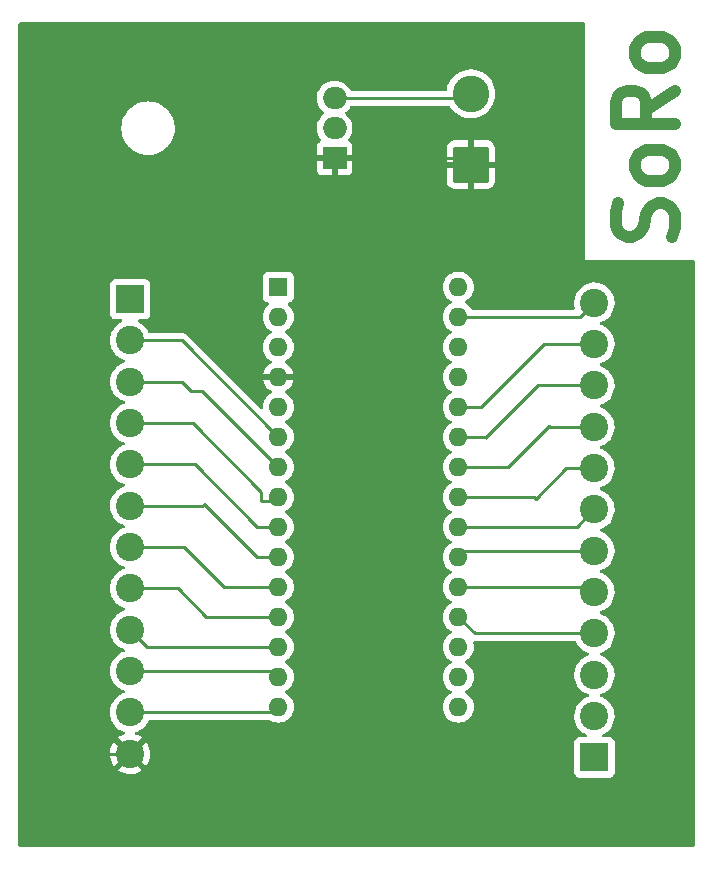
<source format=gbr>
%TF.GenerationSoftware,KiCad,Pcbnew,(6.0.7)*%
%TF.CreationDate,2022-11-28T13:46:24-06:00*%
%TF.ProjectId,Science,53636965-6e63-4652-9e6b-696361645f70,rev?*%
%TF.SameCoordinates,Original*%
%TF.FileFunction,Copper,L1,Top*%
%TF.FilePolarity,Positive*%
%FSLAX46Y46*%
G04 Gerber Fmt 4.6, Leading zero omitted, Abs format (unit mm)*
G04 Created by KiCad (PCBNEW (6.0.7)) date 2022-11-28 13:46:24*
%MOMM*%
%LPD*%
G01*
G04 APERTURE LIST*
G04 Aperture macros list*
%AMRoundRect*
0 Rectangle with rounded corners*
0 $1 Rounding radius*
0 $2 $3 $4 $5 $6 $7 $8 $9 X,Y pos of 4 corners*
0 Add a 4 corners polygon primitive as box body*
4,1,4,$2,$3,$4,$5,$6,$7,$8,$9,$2,$3,0*
0 Add four circle primitives for the rounded corners*
1,1,$1+$1,$2,$3*
1,1,$1+$1,$4,$5*
1,1,$1+$1,$6,$7*
1,1,$1+$1,$8,$9*
0 Add four rect primitives between the rounded corners*
20,1,$1+$1,$2,$3,$4,$5,0*
20,1,$1+$1,$4,$5,$6,$7,0*
20,1,$1+$1,$6,$7,$8,$9,0*
20,1,$1+$1,$8,$9,$2,$3,0*%
G04 Aperture macros list end*
%ADD10C,1.000000*%
%TA.AperFunction,NonConductor*%
%ADD11C,1.000000*%
%TD*%
%TA.AperFunction,ComponentPad*%
%ADD12R,2.000000X1.905000*%
%TD*%
%TA.AperFunction,ComponentPad*%
%ADD13O,2.000000X1.905000*%
%TD*%
%TA.AperFunction,ComponentPad*%
%ADD14R,2.400000X2.400000*%
%TD*%
%TA.AperFunction,ComponentPad*%
%ADD15C,2.400000*%
%TD*%
%TA.AperFunction,ComponentPad*%
%ADD16R,1.600000X1.600000*%
%TD*%
%TA.AperFunction,ComponentPad*%
%ADD17O,1.600000X1.600000*%
%TD*%
%TA.AperFunction,ComponentPad*%
%ADD18RoundRect,0.249999X1.300001X-1.300001X1.300001X1.300001X-1.300001X1.300001X-1.300001X-1.300001X0*%
%TD*%
%TA.AperFunction,ComponentPad*%
%ADD19C,3.100000*%
%TD*%
%TA.AperFunction,Conductor*%
%ADD20C,0.250000*%
%TD*%
G04 APERTURE END LIST*
D10*
D11*
X157471809Y-74492380D02*
X157709904Y-73778095D01*
X157709904Y-72587619D01*
X157471809Y-72111428D01*
X157233714Y-71873333D01*
X156757523Y-71635238D01*
X156281333Y-71635238D01*
X155805142Y-71873333D01*
X155567047Y-72111428D01*
X155328952Y-72587619D01*
X155090857Y-73540000D01*
X154852761Y-74016190D01*
X154614666Y-74254285D01*
X154138476Y-74492380D01*
X153662285Y-74492380D01*
X153186095Y-74254285D01*
X152948000Y-74016190D01*
X152709904Y-73540000D01*
X152709904Y-72349523D01*
X152948000Y-71635238D01*
X157709904Y-68778095D02*
X157471809Y-69254285D01*
X157233714Y-69492380D01*
X156757523Y-69730476D01*
X155328952Y-69730476D01*
X154852761Y-69492380D01*
X154614666Y-69254285D01*
X154376571Y-68778095D01*
X154376571Y-68063809D01*
X154614666Y-67587619D01*
X154852761Y-67349523D01*
X155328952Y-67111428D01*
X156757523Y-67111428D01*
X157233714Y-67349523D01*
X157471809Y-67587619D01*
X157709904Y-68063809D01*
X157709904Y-68778095D01*
X157709904Y-62111428D02*
X155328952Y-63778095D01*
X157709904Y-64968571D02*
X152709904Y-64968571D01*
X152709904Y-63063809D01*
X152948000Y-62587619D01*
X153186095Y-62349523D01*
X153662285Y-62111428D01*
X154376571Y-62111428D01*
X154852761Y-62349523D01*
X155090857Y-62587619D01*
X155328952Y-63063809D01*
X155328952Y-64968571D01*
X157709904Y-59254285D02*
X157471809Y-59730476D01*
X157233714Y-59968571D01*
X156757523Y-60206666D01*
X155328952Y-60206666D01*
X154852761Y-59968571D01*
X154614666Y-59730476D01*
X154376571Y-59254285D01*
X154376571Y-58540000D01*
X154614666Y-58063809D01*
X154852761Y-57825714D01*
X155328952Y-57587619D01*
X156757523Y-57587619D01*
X157233714Y-57825714D01*
X157471809Y-58063809D01*
X157709904Y-58540000D01*
X157709904Y-59254285D01*
D12*
%TO.P,U1,1,GND*%
%TO.N,GND*%
X128930400Y-67825600D03*
D13*
%TO.P,U1,2,VO*%
%TO.N,Net-(A1-Pad30)*%
X128930400Y-65285600D03*
%TO.P,U1,3,VI*%
%TO.N,+BATT*%
X128930400Y-62745600D03*
%TD*%
D14*
%TO.P,J1,1,Pin_1*%
%TO.N,Net-(A1-Pad5)*%
X111607600Y-79757600D03*
D15*
%TO.P,J1,2,Pin_2*%
%TO.N,Net-(A1-Pad6)*%
X111607600Y-83257600D03*
%TO.P,J1,3,Pin_3*%
%TO.N,Net-(A1-Pad7)*%
X111607600Y-86757600D03*
%TO.P,J1,4,Pin_4*%
%TO.N,Net-(A1-Pad8)*%
X111607600Y-90257600D03*
%TO.P,J1,5,Pin_5*%
%TO.N,Net-(A1-Pad9)*%
X111607600Y-93757600D03*
%TO.P,J1,6,Pin_6*%
%TO.N,Net-(A1-Pad10)*%
X111607600Y-97257600D03*
%TO.P,J1,7,Pin_7*%
%TO.N,Net-(A1-Pad11)*%
X111607600Y-100757600D03*
%TO.P,J1,8,Pin_8*%
%TO.N,Net-(A1-Pad12)*%
X111607600Y-104257600D03*
%TO.P,J1,9,Pin_9*%
%TO.N,Net-(A1-Pad13)*%
X111607600Y-107757600D03*
%TO.P,J1,10,Pin_10*%
%TO.N,Net-(A1-Pad14)*%
X111607600Y-111257600D03*
%TO.P,J1,11,Pin_11*%
%TO.N,Net-(A1-Pad15)*%
X111607600Y-114757600D03*
%TO.P,J1,12,Pin_12*%
%TO.N,GND*%
X111607600Y-118257600D03*
%TD*%
D16*
%TO.P,A1,1,D1/TX*%
%TO.N,unconnected-(A1-Pad1)*%
X124155200Y-78740000D03*
D17*
%TO.P,A1,2,D0/RX*%
%TO.N,unconnected-(A1-Pad2)*%
X124155200Y-81280000D03*
%TO.P,A1,3,~{RESET}*%
%TO.N,unconnected-(A1-Pad3)*%
X124155200Y-83820000D03*
%TO.P,A1,4,GND*%
%TO.N,GND*%
X124155200Y-86360000D03*
%TO.P,A1,5,D2*%
%TO.N,Net-(A1-Pad5)*%
X124155200Y-88900000D03*
%TO.P,A1,6,D3*%
%TO.N,Net-(A1-Pad6)*%
X124155200Y-91440000D03*
%TO.P,A1,7,D4*%
%TO.N,Net-(A1-Pad7)*%
X124155200Y-93980000D03*
%TO.P,A1,8,D5*%
%TO.N,Net-(A1-Pad8)*%
X124155200Y-96520000D03*
%TO.P,A1,9,D6*%
%TO.N,Net-(A1-Pad9)*%
X124155200Y-99060000D03*
%TO.P,A1,10,D7*%
%TO.N,Net-(A1-Pad10)*%
X124155200Y-101600000D03*
%TO.P,A1,11,D8*%
%TO.N,Net-(A1-Pad11)*%
X124155200Y-104140000D03*
%TO.P,A1,12,D9*%
%TO.N,Net-(A1-Pad12)*%
X124155200Y-106680000D03*
%TO.P,A1,13,D10*%
%TO.N,Net-(A1-Pad13)*%
X124155200Y-109220000D03*
%TO.P,A1,14,D11*%
%TO.N,Net-(A1-Pad14)*%
X124155200Y-111760000D03*
%TO.P,A1,15,D12*%
%TO.N,Net-(A1-Pad15)*%
X124155200Y-114300000D03*
%TO.P,A1,16,D13*%
%TO.N,unconnected-(A1-Pad16)*%
X139395200Y-114300000D03*
%TO.P,A1,17,3V3*%
%TO.N,Net-(A1-Pad17)*%
X139395200Y-111760000D03*
%TO.P,A1,18,AREF*%
%TO.N,unconnected-(A1-Pad18)*%
X139395200Y-109220000D03*
%TO.P,A1,19,A0*%
%TO.N,Net-(A1-Pad19)*%
X139395200Y-106680000D03*
%TO.P,A1,20,A1*%
%TO.N,Net-(A1-Pad20)*%
X139395200Y-104140000D03*
%TO.P,A1,21,A2*%
%TO.N,Net-(A1-Pad21)*%
X139395200Y-101600000D03*
%TO.P,A1,22,A3*%
%TO.N,Net-(A1-Pad22)*%
X139395200Y-99060000D03*
%TO.P,A1,23,A4*%
%TO.N,Net-(A1-Pad23)*%
X139395200Y-96520000D03*
%TO.P,A1,24,A5*%
%TO.N,Net-(A1-Pad24)*%
X139395200Y-93980000D03*
%TO.P,A1,25,A6*%
%TO.N,Net-(A1-Pad25)*%
X139395200Y-91440000D03*
%TO.P,A1,26,A7*%
%TO.N,Net-(A1-Pad26)*%
X139395200Y-88900000D03*
%TO.P,A1,27,+5V*%
%TO.N,Net-(A1-Pad27)*%
X139395200Y-86360000D03*
%TO.P,A1,28,~{RESET}*%
%TO.N,Net-(A1-Pad28)*%
X139395200Y-83820000D03*
%TO.P,A1,29,GND*%
%TO.N,Net-(A1-Pad29)*%
X139395200Y-81280000D03*
%TO.P,A1,30,VIN*%
%TO.N,Net-(A1-Pad30)*%
X139395200Y-78740000D03*
%TD*%
D14*
%TO.P,J2,1,Pin_1*%
%TO.N,Net-(A1-Pad17)*%
X150928400Y-118564000D03*
D15*
%TO.P,J2,2,Pin_2*%
%TO.N,Net-(A1-Pad27)*%
X150928400Y-115064000D03*
%TO.P,J2,3,Pin_3*%
%TO.N,Net-(A1-Pad28)*%
X150928400Y-111564000D03*
%TO.P,J2,4,Pin_4*%
%TO.N,Net-(A1-Pad19)*%
X150928400Y-108064000D03*
%TO.P,J2,5,Pin_5*%
%TO.N,Net-(A1-Pad20)*%
X150928400Y-104564000D03*
%TO.P,J2,6,Pin_6*%
%TO.N,Net-(A1-Pad21)*%
X150928400Y-101064000D03*
%TO.P,J2,7,Pin_7*%
%TO.N,Net-(A1-Pad22)*%
X150928400Y-97564000D03*
%TO.P,J2,8,Pin_8*%
%TO.N,Net-(A1-Pad23)*%
X150928400Y-94064000D03*
%TO.P,J2,9,Pin_9*%
%TO.N,Net-(A1-Pad24)*%
X150928400Y-90564000D03*
%TO.P,J2,10,Pin_10*%
%TO.N,Net-(A1-Pad25)*%
X150928400Y-87064000D03*
%TO.P,J2,11,Pin_11*%
%TO.N,Net-(A1-Pad26)*%
X150928400Y-83564000D03*
%TO.P,J2,12,Pin_12*%
%TO.N,Net-(A1-Pad29)*%
X150928400Y-80064000D03*
%TD*%
D18*
%TO.P,REF\u002A\u002A,1*%
%TO.N,GND*%
X140462000Y-68376800D03*
D19*
%TO.P,REF\u002A\u002A,2*%
%TO.N,+BATT*%
X140462000Y-62376800D03*
%TD*%
D20*
%TO.N,GND*%
X106273600Y-73964800D02*
X120142000Y-73964800D01*
X139910800Y-67825600D02*
X140462000Y-68376800D01*
X120243600Y-72440800D02*
X120243600Y-74066400D01*
X128930400Y-72593200D02*
X128981200Y-72644000D01*
X120243600Y-74066400D02*
X120243600Y-86309200D01*
X128930400Y-67825600D02*
X128930400Y-72593200D01*
X120345200Y-72339200D02*
X120243600Y-72440800D01*
X120243600Y-86309200D02*
X120192800Y-86360000D01*
X106172000Y-74066400D02*
X106273600Y-73964800D01*
X128930400Y-67825600D02*
X139910800Y-67825600D01*
X128981200Y-72644000D02*
X120650000Y-72644000D01*
X111607600Y-118257600D02*
X106278400Y-118257600D01*
X120650000Y-72644000D02*
X120345200Y-72339200D01*
X120142000Y-73964800D02*
X120243600Y-74066400D01*
X106278400Y-118257600D02*
X106172000Y-118364000D01*
X120192800Y-86360000D02*
X124155200Y-86360000D01*
X106172000Y-118364000D02*
X106172000Y-74066400D01*
%TO.N,Net-(A1-Pad6)*%
X111607600Y-83257600D02*
X115972800Y-83257600D01*
X115972800Y-83257600D02*
X124155200Y-91440000D01*
%TO.N,Net-(A1-Pad7)*%
X116789200Y-87528400D02*
X116018400Y-86757600D01*
X116018400Y-86757600D02*
X111607600Y-86757600D01*
X124155200Y-93980000D02*
X117703600Y-87528400D01*
X117703600Y-87528400D02*
X116789200Y-87528400D01*
%TO.N,Net-(A1-Pad8)*%
X116927600Y-90257600D02*
X122732800Y-96062800D01*
X122732800Y-96875600D02*
X123799600Y-96875600D01*
X123799600Y-96875600D02*
X124155200Y-96520000D01*
X122732800Y-96062800D02*
X122732800Y-96875600D01*
X111607600Y-90257600D02*
X116927600Y-90257600D01*
%TO.N,Net-(A1-Pad9)*%
X117074800Y-93757600D02*
X111607600Y-93757600D01*
X122377200Y-99060000D02*
X117074800Y-93757600D01*
X124155200Y-99060000D02*
X122377200Y-99060000D01*
%TO.N,Net-(A1-Pad10)*%
X117906800Y-97129600D02*
X122377200Y-101600000D01*
X117778800Y-97257600D02*
X117906800Y-97129600D01*
X122377200Y-101600000D02*
X124155200Y-101600000D01*
X111607600Y-97257600D02*
X117778800Y-97257600D01*
%TO.N,Net-(A1-Pad11)*%
X119583200Y-104140000D02*
X116200800Y-100757600D01*
X116200800Y-100757600D02*
X111607600Y-100757600D01*
X124155200Y-104140000D02*
X119583200Y-104140000D01*
%TO.N,Net-(A1-Pad12)*%
X115636800Y-104257600D02*
X118059200Y-106680000D01*
X118059200Y-106680000D02*
X124155200Y-106680000D01*
X111607600Y-104257600D02*
X115636800Y-104257600D01*
%TO.N,Net-(A1-Pad13)*%
X113070000Y-109220000D02*
X111607600Y-107757600D01*
X124155200Y-109220000D02*
X113070000Y-109220000D01*
%TO.N,Net-(A1-Pad14)*%
X111607600Y-111257600D02*
X123652800Y-111257600D01*
X123652800Y-111257600D02*
X124155200Y-111760000D01*
%TO.N,Net-(A1-Pad15)*%
X123697600Y-114757600D02*
X124155200Y-114300000D01*
X111607600Y-114757600D02*
X123697600Y-114757600D01*
%TO.N,Net-(A1-Pad19)*%
X140779200Y-108064000D02*
X139395200Y-106680000D01*
X150928400Y-108064000D02*
X140779200Y-108064000D01*
%TO.N,Net-(A1-Pad20)*%
X150504400Y-104140000D02*
X150928400Y-104564000D01*
X139395200Y-104140000D02*
X150504400Y-104140000D01*
%TO.N,Net-(A1-Pad21)*%
X150928400Y-101064000D02*
X139931200Y-101064000D01*
X139931200Y-101064000D02*
X139395200Y-101600000D01*
%TO.N,Net-(A1-Pad22)*%
X149432400Y-99060000D02*
X150928400Y-97564000D01*
X139395200Y-99060000D02*
X149432400Y-99060000D01*
%TO.N,Net-(A1-Pad23)*%
X145796000Y-96520000D02*
X139395200Y-96520000D01*
X148556800Y-94064000D02*
X145948400Y-96672400D01*
X150928400Y-94064000D02*
X148556800Y-94064000D01*
X145948400Y-96672400D02*
X145796000Y-96520000D01*
%TO.N,Net-(A1-Pad24)*%
X139395200Y-93980000D02*
X143611600Y-93980000D01*
X143611600Y-93980000D02*
X147116800Y-90474800D01*
X147206000Y-90564000D02*
X150928400Y-90564000D01*
X147116800Y-90474800D02*
X147206000Y-90564000D01*
%TO.N,Net-(A1-Pad25)*%
X146158800Y-87064000D02*
X141782800Y-91440000D01*
X141732000Y-91440000D02*
X139395200Y-91440000D01*
X141782800Y-91490800D02*
X141732000Y-91440000D01*
X141782800Y-91440000D02*
X141782800Y-91490800D01*
X150928400Y-87064000D02*
X146158800Y-87064000D01*
%TO.N,Net-(A1-Pad26)*%
X139395200Y-88900000D02*
X141325600Y-88900000D01*
X141325600Y-88900000D02*
X146661600Y-83564000D01*
X146661600Y-83564000D02*
X150928400Y-83564000D01*
%TO.N,Net-(A1-Pad29)*%
X149712400Y-81280000D02*
X150928400Y-80064000D01*
X139395200Y-81280000D02*
X149712400Y-81280000D01*
%TO.N,+BATT*%
X128930400Y-62745600D02*
X140093200Y-62745600D01*
X140093200Y-62745600D02*
X140462000Y-62376800D01*
%TD*%
%TA.AperFunction,Conductor*%
%TO.N,GND*%
G36*
X150106621Y-56357702D02*
G01*
X150153114Y-56411358D01*
X150164500Y-56463700D01*
X150164500Y-76453262D01*
X159283900Y-76453262D01*
X159352021Y-76473264D01*
X159398514Y-76526920D01*
X159409900Y-76579262D01*
X159409900Y-126009900D01*
X159389898Y-126078021D01*
X159336242Y-126124514D01*
X159283900Y-126135900D01*
X102285300Y-126135900D01*
X102217179Y-126115898D01*
X102170686Y-126062242D01*
X102159300Y-126009900D01*
X102159300Y-119630959D01*
X110598986Y-119630959D01*
X110607699Y-119642479D01*
X110696186Y-119707360D01*
X110704105Y-119712308D01*
X110920477Y-119826147D01*
X110929051Y-119829875D01*
X111159882Y-119910485D01*
X111168891Y-119912899D01*
X111409118Y-119958508D01*
X111418375Y-119959562D01*
X111662707Y-119969163D01*
X111672020Y-119968837D01*
X111915078Y-119942218D01*
X111924255Y-119940517D01*
X112160707Y-119878265D01*
X112169526Y-119875228D01*
X112394184Y-119778707D01*
X112402456Y-119774400D01*
X112610377Y-119645735D01*
X112612220Y-119644396D01*
X112619638Y-119633141D01*
X112613574Y-119622784D01*
X111620412Y-118629622D01*
X111606468Y-118622008D01*
X111604635Y-118622139D01*
X111598020Y-118626390D01*
X110605644Y-119618766D01*
X110598986Y-119630959D01*
X102159300Y-119630959D01*
X102159300Y-118217435D01*
X109895622Y-118217435D01*
X109907354Y-118461664D01*
X109908491Y-118470924D01*
X109956193Y-118710743D01*
X109958682Y-118719718D01*
X110041308Y-118949850D01*
X110045105Y-118958378D01*
X110160834Y-119173760D01*
X110165845Y-119181627D01*
X110222773Y-119257863D01*
X110234031Y-119266312D01*
X110246450Y-119259540D01*
X111235578Y-118270412D01*
X111241956Y-118258732D01*
X111972008Y-118258732D01*
X111972139Y-118260565D01*
X111976390Y-118267180D01*
X112971332Y-119262122D01*
X112983712Y-119268882D01*
X112992053Y-119262638D01*
X113110300Y-119078802D01*
X113114747Y-119070611D01*
X113215172Y-118847676D01*
X113218367Y-118838898D01*
X113284735Y-118603573D01*
X113286593Y-118594444D01*
X113317644Y-118350370D01*
X113318125Y-118344083D01*
X113320306Y-118260760D01*
X113320155Y-118254451D01*
X113301921Y-118009086D01*
X113300544Y-117999880D01*
X113246579Y-117761386D01*
X113243855Y-117752475D01*
X113155233Y-117524583D01*
X113151219Y-117516167D01*
X113029884Y-117303876D01*
X113024674Y-117296153D01*
X112993387Y-117256465D01*
X112981463Y-117247995D01*
X112969928Y-117254482D01*
X111979622Y-118244788D01*
X111972008Y-118258732D01*
X111241956Y-118258732D01*
X111243192Y-118256468D01*
X111243061Y-118254635D01*
X111238810Y-118248020D01*
X110244428Y-117253638D01*
X110231120Y-117246371D01*
X110221081Y-117253493D01*
X110216181Y-117259384D01*
X110210768Y-117266973D01*
X110083922Y-117476009D01*
X110079684Y-117484326D01*
X109985129Y-117709814D01*
X109982172Y-117718652D01*
X109921984Y-117955642D01*
X109920363Y-117964832D01*
X109895867Y-118208110D01*
X109895622Y-118217435D01*
X102159300Y-118217435D01*
X102159300Y-114712751D01*
X109894896Y-114712751D01*
X109907080Y-114966398D01*
X109956621Y-115215457D01*
X109958200Y-115219855D01*
X109958202Y-115219862D01*
X110035216Y-115434363D01*
X110042431Y-115454458D01*
X110044648Y-115458584D01*
X110149782Y-115654248D01*
X110162625Y-115678151D01*
X110165420Y-115681894D01*
X110165422Y-115681897D01*
X110311771Y-115877882D01*
X110311776Y-115877888D01*
X110314563Y-115881620D01*
X110317872Y-115884900D01*
X110317877Y-115884906D01*
X110414240Y-115980431D01*
X110494907Y-116060397D01*
X110498669Y-116063155D01*
X110498672Y-116063158D01*
X110536857Y-116091156D01*
X110699694Y-116210553D01*
X110703829Y-116212729D01*
X110703833Y-116212731D01*
X110821889Y-116274843D01*
X110924427Y-116328791D01*
X111033260Y-116366797D01*
X111097194Y-116389124D01*
X111154912Y-116430466D01*
X111181115Y-116496450D01*
X111167486Y-116566126D01*
X111118350Y-116617373D01*
X111090911Y-116629046D01*
X111012255Y-116651971D01*
X111003515Y-116655239D01*
X110781469Y-116757604D01*
X110773314Y-116762124D01*
X110606068Y-116871775D01*
X110596930Y-116882517D01*
X110601503Y-116892293D01*
X111594788Y-117885578D01*
X111608732Y-117893192D01*
X111610565Y-117893061D01*
X111617180Y-117888810D01*
X112610088Y-116895902D01*
X112616472Y-116884212D01*
X112607060Y-116872102D01*
X112480744Y-116784473D01*
X112472716Y-116779745D01*
X112253410Y-116671595D01*
X112244780Y-116668108D01*
X112122599Y-116628997D01*
X112063820Y-116589179D01*
X112035898Y-116523903D01*
X112047700Y-116453894D01*
X112095477Y-116401379D01*
X112128934Y-116387147D01*
X112160870Y-116378739D01*
X112160872Y-116378738D01*
X112165393Y-116377548D01*
X112378465Y-116286006D01*
X112394407Y-116279157D01*
X112394410Y-116279155D01*
X112398710Y-116277308D01*
X112402690Y-116274845D01*
X112402694Y-116274843D01*
X112610664Y-116146147D01*
X112610666Y-116146145D01*
X112614647Y-116143682D01*
X112667904Y-116098597D01*
X112804889Y-115982631D01*
X112804891Y-115982629D01*
X112808462Y-115979606D01*
X112975895Y-115788684D01*
X112991140Y-115764984D01*
X113110741Y-115579042D01*
X113113269Y-115575112D01*
X113162714Y-115465349D01*
X113208930Y-115411455D01*
X113277596Y-115391100D01*
X123392424Y-115391100D01*
X123464694Y-115413887D01*
X123493937Y-115434363D01*
X123493943Y-115434366D01*
X123498451Y-115437523D01*
X123503433Y-115439846D01*
X123503438Y-115439849D01*
X123700975Y-115531961D01*
X123705957Y-115534284D01*
X123711265Y-115535706D01*
X123711267Y-115535707D01*
X123921798Y-115592119D01*
X123921800Y-115592119D01*
X123927113Y-115593543D01*
X124155200Y-115613498D01*
X124383287Y-115593543D01*
X124388600Y-115592119D01*
X124388602Y-115592119D01*
X124599133Y-115535707D01*
X124599135Y-115535706D01*
X124604443Y-115534284D01*
X124609425Y-115531961D01*
X124806962Y-115439849D01*
X124806967Y-115439846D01*
X124811949Y-115437523D01*
X124916811Y-115364098D01*
X124994989Y-115309357D01*
X124994992Y-115309355D01*
X124999500Y-115306198D01*
X125161398Y-115144300D01*
X125292723Y-114956749D01*
X125295046Y-114951767D01*
X125295049Y-114951762D01*
X125387161Y-114754225D01*
X125387161Y-114754224D01*
X125389484Y-114749243D01*
X125398011Y-114717422D01*
X125447319Y-114533402D01*
X125447319Y-114533400D01*
X125448743Y-114528087D01*
X125468698Y-114300000D01*
X138081702Y-114300000D01*
X138101657Y-114528087D01*
X138103081Y-114533400D01*
X138103081Y-114533402D01*
X138152390Y-114717422D01*
X138160916Y-114749243D01*
X138163239Y-114754224D01*
X138163239Y-114754225D01*
X138255351Y-114951762D01*
X138255354Y-114951767D01*
X138257677Y-114956749D01*
X138389002Y-115144300D01*
X138550900Y-115306198D01*
X138555408Y-115309355D01*
X138555411Y-115309357D01*
X138633589Y-115364098D01*
X138738451Y-115437523D01*
X138743433Y-115439846D01*
X138743438Y-115439849D01*
X138940975Y-115531961D01*
X138945957Y-115534284D01*
X138951265Y-115535706D01*
X138951267Y-115535707D01*
X139161798Y-115592119D01*
X139161800Y-115592119D01*
X139167113Y-115593543D01*
X139395200Y-115613498D01*
X139623287Y-115593543D01*
X139628600Y-115592119D01*
X139628602Y-115592119D01*
X139839133Y-115535707D01*
X139839135Y-115535706D01*
X139844443Y-115534284D01*
X139849425Y-115531961D01*
X140046962Y-115439849D01*
X140046967Y-115439846D01*
X140051949Y-115437523D01*
X140156811Y-115364098D01*
X140234989Y-115309357D01*
X140234992Y-115309355D01*
X140239500Y-115306198D01*
X140401398Y-115144300D01*
X140532723Y-114956749D01*
X140535046Y-114951767D01*
X140535049Y-114951762D01*
X140627161Y-114754225D01*
X140627161Y-114754224D01*
X140629484Y-114749243D01*
X140638011Y-114717422D01*
X140687319Y-114533402D01*
X140687319Y-114533400D01*
X140688743Y-114528087D01*
X140708698Y-114300000D01*
X140688743Y-114071913D01*
X140687319Y-114066598D01*
X140630907Y-113856067D01*
X140630906Y-113856065D01*
X140629484Y-113850757D01*
X140607493Y-113803597D01*
X140535049Y-113648238D01*
X140535046Y-113648233D01*
X140532723Y-113643251D01*
X140414241Y-113474041D01*
X140404557Y-113460211D01*
X140404555Y-113460208D01*
X140401398Y-113455700D01*
X140239500Y-113293802D01*
X140234992Y-113290645D01*
X140234989Y-113290643D01*
X140132546Y-113218912D01*
X140051949Y-113162477D01*
X140046967Y-113160154D01*
X140046962Y-113160151D01*
X140012743Y-113144195D01*
X139959458Y-113097278D01*
X139939997Y-113029001D01*
X139960539Y-112961041D01*
X140012743Y-112915805D01*
X140046962Y-112899849D01*
X140046967Y-112899846D01*
X140051949Y-112897523D01*
X140156811Y-112824098D01*
X140234989Y-112769357D01*
X140234992Y-112769355D01*
X140239500Y-112766198D01*
X140401398Y-112604300D01*
X140405392Y-112598597D01*
X140529566Y-112421257D01*
X140532723Y-112416749D01*
X140535046Y-112411767D01*
X140535049Y-112411762D01*
X140627161Y-112214225D01*
X140627161Y-112214224D01*
X140629484Y-112209243D01*
X140636812Y-112181897D01*
X140687319Y-111993402D01*
X140687319Y-111993400D01*
X140688743Y-111988087D01*
X140708698Y-111760000D01*
X140688743Y-111531913D01*
X140686575Y-111523822D01*
X140630907Y-111316067D01*
X140630906Y-111316065D01*
X140629484Y-111310757D01*
X140606726Y-111261951D01*
X140535049Y-111108238D01*
X140535046Y-111108233D01*
X140532723Y-111103251D01*
X140401398Y-110915700D01*
X140239500Y-110753802D01*
X140234992Y-110750645D01*
X140234989Y-110750643D01*
X140156811Y-110695902D01*
X140051949Y-110622477D01*
X140046967Y-110620154D01*
X140046962Y-110620151D01*
X140012743Y-110604195D01*
X139959458Y-110557278D01*
X139939997Y-110489001D01*
X139960539Y-110421041D01*
X140012743Y-110375805D01*
X140046962Y-110359849D01*
X140046967Y-110359846D01*
X140051949Y-110357523D01*
X140181680Y-110266684D01*
X140234989Y-110229357D01*
X140234992Y-110229355D01*
X140239500Y-110226198D01*
X140401398Y-110064300D01*
X140407688Y-110055318D01*
X140498151Y-109926123D01*
X140532723Y-109876749D01*
X140535046Y-109871767D01*
X140535049Y-109871762D01*
X140627161Y-109674225D01*
X140627161Y-109674224D01*
X140629484Y-109669243D01*
X140633363Y-109654769D01*
X140687319Y-109453402D01*
X140687319Y-109453400D01*
X140688743Y-109448087D01*
X140708698Y-109220000D01*
X140688743Y-108991913D01*
X140687319Y-108986598D01*
X140687318Y-108986591D01*
X140653367Y-108859888D01*
X140655056Y-108788911D01*
X140694850Y-108730115D01*
X140763215Y-108701835D01*
X140803162Y-108698059D01*
X140815019Y-108697500D01*
X149253853Y-108697500D01*
X149321974Y-108717502D01*
X149364845Y-108763862D01*
X149483425Y-108984551D01*
X149486220Y-108988294D01*
X149486222Y-108988297D01*
X149632571Y-109184282D01*
X149632576Y-109184288D01*
X149635363Y-109188020D01*
X149638672Y-109191300D01*
X149638677Y-109191306D01*
X149776153Y-109327587D01*
X149815707Y-109366797D01*
X149819469Y-109369555D01*
X149819472Y-109369558D01*
X149987911Y-109493062D01*
X150020494Y-109516953D01*
X150024629Y-109519129D01*
X150024633Y-109519131D01*
X150142689Y-109581243D01*
X150245227Y-109635191D01*
X150417181Y-109695240D01*
X150474897Y-109736581D01*
X150501101Y-109802565D01*
X150487472Y-109872241D01*
X150438336Y-109923487D01*
X150410897Y-109935160D01*
X150328393Y-109959208D01*
X150097780Y-110065522D01*
X150093871Y-110068085D01*
X149889328Y-110202189D01*
X149889323Y-110202193D01*
X149885415Y-110204755D01*
X149820508Y-110262687D01*
X149711647Y-110359849D01*
X149695962Y-110373848D01*
X149533583Y-110569087D01*
X149401847Y-110786182D01*
X149400038Y-110790496D01*
X149400037Y-110790498D01*
X149330825Y-110955551D01*
X149303646Y-111020365D01*
X149302495Y-111024897D01*
X149302494Y-111024900D01*
X149281329Y-111108238D01*
X149241138Y-111266490D01*
X149215696Y-111519151D01*
X149215920Y-111523817D01*
X149215920Y-111523822D01*
X149216309Y-111531913D01*
X149227880Y-111772798D01*
X149228793Y-111777386D01*
X149270704Y-111988087D01*
X149277421Y-112021857D01*
X149279000Y-112026255D01*
X149279002Y-112026262D01*
X149323422Y-112149980D01*
X149363231Y-112260858D01*
X149365448Y-112264984D01*
X149478878Y-112476088D01*
X149483425Y-112484551D01*
X149486220Y-112488294D01*
X149486222Y-112488297D01*
X149632571Y-112684282D01*
X149632576Y-112684288D01*
X149635363Y-112688020D01*
X149638672Y-112691300D01*
X149638677Y-112691306D01*
X149777368Y-112828791D01*
X149815707Y-112866797D01*
X149819469Y-112869555D01*
X149819472Y-112869558D01*
X149989577Y-112994284D01*
X150020494Y-113016953D01*
X150024629Y-113019129D01*
X150024633Y-113019131D01*
X150142689Y-113081243D01*
X150245227Y-113135191D01*
X150417181Y-113195240D01*
X150474897Y-113236581D01*
X150501101Y-113302565D01*
X150487472Y-113372241D01*
X150438336Y-113423487D01*
X150410897Y-113435160D01*
X150328393Y-113459208D01*
X150097780Y-113565522D01*
X150093871Y-113568085D01*
X149889328Y-113702189D01*
X149889323Y-113702193D01*
X149885415Y-113704755D01*
X149695962Y-113873848D01*
X149533583Y-114069087D01*
X149401847Y-114286182D01*
X149400038Y-114290496D01*
X149400037Y-114290498D01*
X149330825Y-114455551D01*
X149303646Y-114520365D01*
X149241138Y-114766490D01*
X149215696Y-115019151D01*
X149227880Y-115272798D01*
X149228793Y-115277386D01*
X149261109Y-115439849D01*
X149277421Y-115521857D01*
X149279000Y-115526255D01*
X149279002Y-115526262D01*
X149323422Y-115649980D01*
X149363231Y-115760858D01*
X149365448Y-115764984D01*
X149478878Y-115976088D01*
X149483425Y-115984551D01*
X149486220Y-115988294D01*
X149486222Y-115988297D01*
X149632571Y-116184282D01*
X149632576Y-116184288D01*
X149635363Y-116188020D01*
X149638672Y-116191300D01*
X149638677Y-116191306D01*
X149777368Y-116328791D01*
X149815707Y-116366797D01*
X149819469Y-116369555D01*
X149819472Y-116369558D01*
X149992531Y-116496450D01*
X150020494Y-116516953D01*
X150024629Y-116519129D01*
X150024633Y-116519131D01*
X150212537Y-116617992D01*
X150263509Y-116667411D01*
X150279672Y-116736544D01*
X150255893Y-116803440D01*
X150199722Y-116846860D01*
X150153869Y-116855500D01*
X149680266Y-116855500D01*
X149618084Y-116862255D01*
X149481695Y-116913385D01*
X149365139Y-117000739D01*
X149277785Y-117117295D01*
X149226655Y-117253684D01*
X149219900Y-117315866D01*
X149219900Y-119812134D01*
X149226655Y-119874316D01*
X149277785Y-120010705D01*
X149365139Y-120127261D01*
X149481695Y-120214615D01*
X149618084Y-120265745D01*
X149680266Y-120272500D01*
X152176534Y-120272500D01*
X152238716Y-120265745D01*
X152375105Y-120214615D01*
X152491661Y-120127261D01*
X152579015Y-120010705D01*
X152630145Y-119874316D01*
X152636900Y-119812134D01*
X152636900Y-117315866D01*
X152630145Y-117253684D01*
X152579015Y-117117295D01*
X152491661Y-117000739D01*
X152375105Y-116913385D01*
X152238716Y-116862255D01*
X152176534Y-116855500D01*
X151699364Y-116855500D01*
X151631243Y-116835498D01*
X151584750Y-116781842D01*
X151574646Y-116711568D01*
X151604140Y-116646988D01*
X151649625Y-116613733D01*
X151719510Y-116583708D01*
X151723490Y-116581245D01*
X151723494Y-116581243D01*
X151931464Y-116452547D01*
X151931466Y-116452545D01*
X151935447Y-116450082D01*
X151944755Y-116442202D01*
X152125689Y-116289031D01*
X152125691Y-116289029D01*
X152129262Y-116286006D01*
X152296695Y-116095084D01*
X152317231Y-116063158D01*
X152431541Y-115885442D01*
X152434069Y-115881512D01*
X152538367Y-115649980D01*
X152607296Y-115405575D01*
X152639343Y-115153667D01*
X152639487Y-115148197D01*
X152641608Y-115067160D01*
X152641691Y-115064000D01*
X152622872Y-114810759D01*
X152608953Y-114749243D01*
X152567859Y-114567639D01*
X152566828Y-114563082D01*
X152474791Y-114326409D01*
X152454266Y-114290498D01*
X152351102Y-114109997D01*
X152351100Y-114109995D01*
X152348783Y-114105940D01*
X152191571Y-113906517D01*
X152073951Y-113795872D01*
X152010010Y-113735722D01*
X152010008Y-113735720D01*
X152006609Y-113732523D01*
X151962883Y-113702189D01*
X151801793Y-113590437D01*
X151801790Y-113590435D01*
X151797961Y-113587779D01*
X151793784Y-113585719D01*
X151793777Y-113585715D01*
X151574396Y-113477528D01*
X151574392Y-113477527D01*
X151570210Y-113475464D01*
X151444301Y-113435160D01*
X151385521Y-113395342D01*
X151357599Y-113330067D01*
X151369400Y-113260058D01*
X151417178Y-113207543D01*
X151450634Y-113193310D01*
X151452329Y-113192864D01*
X151486193Y-113183948D01*
X151641818Y-113117087D01*
X151715207Y-113085557D01*
X151715210Y-113085555D01*
X151719510Y-113083708D01*
X151723490Y-113081245D01*
X151723494Y-113081243D01*
X151931464Y-112952547D01*
X151931466Y-112952545D01*
X151935447Y-112950082D01*
X151994785Y-112899849D01*
X152125689Y-112789031D01*
X152125691Y-112789029D01*
X152129262Y-112786006D01*
X152296695Y-112595084D01*
X152317231Y-112563158D01*
X152411404Y-112416749D01*
X152434069Y-112381512D01*
X152538367Y-112149980D01*
X152607296Y-111905575D01*
X152639343Y-111653667D01*
X152641691Y-111564000D01*
X152634091Y-111461726D01*
X152623218Y-111315411D01*
X152623217Y-111315407D01*
X152622872Y-111310759D01*
X152621745Y-111305775D01*
X152567859Y-111067639D01*
X152566828Y-111063082D01*
X152511269Y-110920211D01*
X152476484Y-110830762D01*
X152476483Y-110830760D01*
X152474791Y-110826409D01*
X152454266Y-110790498D01*
X152351102Y-110609997D01*
X152351100Y-110609995D01*
X152348783Y-110605940D01*
X152191571Y-110406517D01*
X152073951Y-110295872D01*
X152010010Y-110235722D01*
X152010008Y-110235720D01*
X152006609Y-110232523D01*
X151821034Y-110103785D01*
X151801793Y-110090437D01*
X151801790Y-110090435D01*
X151797961Y-110087779D01*
X151793784Y-110085719D01*
X151793777Y-110085715D01*
X151574396Y-109977528D01*
X151574392Y-109977527D01*
X151570210Y-109975464D01*
X151444301Y-109935160D01*
X151385521Y-109895342D01*
X151357599Y-109830067D01*
X151369400Y-109760058D01*
X151417178Y-109707543D01*
X151450634Y-109693310D01*
X151452329Y-109692864D01*
X151486193Y-109683948D01*
X151620632Y-109626189D01*
X151715207Y-109585557D01*
X151715210Y-109585555D01*
X151719510Y-109583708D01*
X151723490Y-109581245D01*
X151723494Y-109581243D01*
X151931464Y-109452547D01*
X151931466Y-109452545D01*
X151935447Y-109450082D01*
X151993256Y-109401143D01*
X152125689Y-109289031D01*
X152125691Y-109289029D01*
X152129262Y-109286006D01*
X152296695Y-109095084D01*
X152317231Y-109063158D01*
X152431541Y-108885442D01*
X152434069Y-108881512D01*
X152538367Y-108649980D01*
X152607296Y-108405575D01*
X152639343Y-108153667D01*
X152641691Y-108064000D01*
X152633294Y-107950999D01*
X152623218Y-107815411D01*
X152623217Y-107815407D01*
X152622872Y-107810759D01*
X152611559Y-107760760D01*
X152567859Y-107567639D01*
X152566828Y-107563082D01*
X152515270Y-107430500D01*
X152476484Y-107330762D01*
X152476483Y-107330760D01*
X152474791Y-107326409D01*
X152469402Y-107316980D01*
X152351102Y-107109997D01*
X152351100Y-107109995D01*
X152348783Y-107105940D01*
X152191571Y-106906517D01*
X152073951Y-106795872D01*
X152010010Y-106735722D01*
X152010008Y-106735720D01*
X152006609Y-106732523D01*
X151962883Y-106702189D01*
X151801793Y-106590437D01*
X151801790Y-106590435D01*
X151797961Y-106587779D01*
X151793784Y-106585719D01*
X151793777Y-106585715D01*
X151574396Y-106477528D01*
X151574392Y-106477527D01*
X151570210Y-106475464D01*
X151444301Y-106435160D01*
X151385521Y-106395342D01*
X151357599Y-106330067D01*
X151369400Y-106260058D01*
X151417178Y-106207543D01*
X151450634Y-106193310D01*
X151452329Y-106192864D01*
X151486193Y-106183948D01*
X151641818Y-106117087D01*
X151715207Y-106085557D01*
X151715210Y-106085555D01*
X151719510Y-106083708D01*
X151723490Y-106081245D01*
X151723494Y-106081243D01*
X151931464Y-105952547D01*
X151931466Y-105952545D01*
X151935447Y-105950082D01*
X151993256Y-105901143D01*
X152125689Y-105789031D01*
X152125691Y-105789029D01*
X152129262Y-105786006D01*
X152296695Y-105595084D01*
X152317231Y-105563158D01*
X152431541Y-105385442D01*
X152434069Y-105381512D01*
X152538367Y-105149980D01*
X152607296Y-104905575D01*
X152623593Y-104777474D01*
X152638945Y-104656798D01*
X152638945Y-104656792D01*
X152639343Y-104653667D01*
X152641691Y-104564000D01*
X152622872Y-104310759D01*
X152566828Y-104063082D01*
X152486519Y-103856568D01*
X152476484Y-103830762D01*
X152476483Y-103830760D01*
X152474791Y-103826409D01*
X152450706Y-103784269D01*
X152351102Y-103609997D01*
X152351100Y-103609995D01*
X152348783Y-103605940D01*
X152191571Y-103406517D01*
X152073951Y-103295872D01*
X152010010Y-103235722D01*
X152010008Y-103235720D01*
X152006609Y-103232523D01*
X151864303Y-103133802D01*
X151801793Y-103090437D01*
X151801790Y-103090435D01*
X151797961Y-103087779D01*
X151793784Y-103085719D01*
X151793777Y-103085715D01*
X151574396Y-102977528D01*
X151574392Y-102977527D01*
X151570210Y-102975464D01*
X151456169Y-102938959D01*
X151444301Y-102935160D01*
X151385521Y-102895342D01*
X151357599Y-102830067D01*
X151369400Y-102760058D01*
X151417178Y-102707543D01*
X151450634Y-102693310D01*
X151452329Y-102692864D01*
X151486193Y-102683948D01*
X151667163Y-102606198D01*
X151715207Y-102585557D01*
X151715210Y-102585555D01*
X151719510Y-102583708D01*
X151723490Y-102581245D01*
X151723494Y-102581243D01*
X151931464Y-102452547D01*
X151931466Y-102452545D01*
X151935447Y-102450082D01*
X151993256Y-102401143D01*
X152125689Y-102289031D01*
X152125691Y-102289029D01*
X152129262Y-102286006D01*
X152296695Y-102095084D01*
X152302334Y-102086318D01*
X152431541Y-101885442D01*
X152434069Y-101881512D01*
X152538367Y-101649980D01*
X152607296Y-101405575D01*
X152639343Y-101153667D01*
X152641691Y-101064000D01*
X152633747Y-100957099D01*
X152623218Y-100815411D01*
X152623217Y-100815407D01*
X152622872Y-100810759D01*
X152610414Y-100755700D01*
X152567859Y-100567639D01*
X152566828Y-100563082D01*
X152527705Y-100462477D01*
X152476484Y-100330762D01*
X152476483Y-100330760D01*
X152474791Y-100326409D01*
X152452020Y-100286568D01*
X152351102Y-100109997D01*
X152351100Y-100109995D01*
X152348783Y-100105940D01*
X152191571Y-99906517D01*
X152073951Y-99795872D01*
X152010010Y-99735722D01*
X152010008Y-99735720D01*
X152006609Y-99732523D01*
X151950447Y-99693562D01*
X151801793Y-99590437D01*
X151801790Y-99590435D01*
X151797961Y-99587779D01*
X151793784Y-99585719D01*
X151793777Y-99585715D01*
X151574396Y-99477528D01*
X151574392Y-99477527D01*
X151570210Y-99475464D01*
X151444301Y-99435160D01*
X151385521Y-99395342D01*
X151357599Y-99330067D01*
X151369400Y-99260058D01*
X151417178Y-99207543D01*
X151450634Y-99193310D01*
X151452329Y-99192864D01*
X151486193Y-99183948D01*
X151641818Y-99117087D01*
X151715207Y-99085557D01*
X151715210Y-99085555D01*
X151719510Y-99083708D01*
X151723490Y-99081245D01*
X151723494Y-99081243D01*
X151931464Y-98952547D01*
X151931466Y-98952545D01*
X151935447Y-98950082D01*
X151993256Y-98901143D01*
X152125689Y-98789031D01*
X152125691Y-98789029D01*
X152129262Y-98786006D01*
X152296695Y-98595084D01*
X152317231Y-98563158D01*
X152431541Y-98385442D01*
X152434069Y-98381512D01*
X152538367Y-98149980D01*
X152607296Y-97905575D01*
X152638557Y-97659849D01*
X152638945Y-97656798D01*
X152638945Y-97656792D01*
X152639343Y-97653667D01*
X152641691Y-97564000D01*
X152636445Y-97493405D01*
X152623218Y-97315411D01*
X152623217Y-97315407D01*
X152622872Y-97310759D01*
X152621561Y-97304962D01*
X152567859Y-97067639D01*
X152566828Y-97063082D01*
X152552616Y-97026535D01*
X152476484Y-96830762D01*
X152476483Y-96830760D01*
X152474791Y-96826409D01*
X152454266Y-96790498D01*
X152351102Y-96609997D01*
X152351100Y-96609995D01*
X152348783Y-96605940D01*
X152191571Y-96406517D01*
X152064093Y-96286598D01*
X152010010Y-96235722D01*
X152010008Y-96235720D01*
X152006609Y-96232523D01*
X151821034Y-96103785D01*
X151801793Y-96090437D01*
X151801790Y-96090435D01*
X151797961Y-96087779D01*
X151793784Y-96085719D01*
X151793777Y-96085715D01*
X151574396Y-95977528D01*
X151574392Y-95977527D01*
X151570210Y-95975464D01*
X151444301Y-95935160D01*
X151385521Y-95895342D01*
X151357599Y-95830067D01*
X151369400Y-95760058D01*
X151417178Y-95707543D01*
X151450634Y-95693310D01*
X151452329Y-95692864D01*
X151486193Y-95683948D01*
X151620793Y-95626120D01*
X151715207Y-95585557D01*
X151715210Y-95585555D01*
X151719510Y-95583708D01*
X151723490Y-95581245D01*
X151723494Y-95581243D01*
X151931464Y-95452547D01*
X151931466Y-95452545D01*
X151935447Y-95450082D01*
X151993256Y-95401143D01*
X152125689Y-95289031D01*
X152125691Y-95289029D01*
X152129262Y-95286006D01*
X152296695Y-95095084D01*
X152317231Y-95063158D01*
X152431541Y-94885442D01*
X152434069Y-94881512D01*
X152538367Y-94649980D01*
X152607296Y-94405575D01*
X152639343Y-94153667D01*
X152641691Y-94064000D01*
X152622872Y-93810759D01*
X152610797Y-93757393D01*
X152570836Y-93580793D01*
X152566828Y-93563082D01*
X152556667Y-93536953D01*
X152476484Y-93330762D01*
X152476483Y-93330760D01*
X152474791Y-93326409D01*
X152460384Y-93301202D01*
X152351102Y-93109997D01*
X152351100Y-93109995D01*
X152348783Y-93105940D01*
X152191571Y-92906517D01*
X152054185Y-92777278D01*
X152010010Y-92735722D01*
X152010008Y-92735720D01*
X152006609Y-92732523D01*
X151821034Y-92603785D01*
X151801793Y-92590437D01*
X151801790Y-92590435D01*
X151797961Y-92587779D01*
X151793784Y-92585719D01*
X151793777Y-92585715D01*
X151574396Y-92477528D01*
X151574392Y-92477527D01*
X151570210Y-92475464D01*
X151444301Y-92435160D01*
X151385521Y-92395342D01*
X151357599Y-92330067D01*
X151369400Y-92260058D01*
X151417178Y-92207543D01*
X151450634Y-92193310D01*
X151452329Y-92192864D01*
X151486193Y-92183948D01*
X151638475Y-92118523D01*
X151715207Y-92085557D01*
X151715210Y-92085555D01*
X151719510Y-92083708D01*
X151723490Y-92081245D01*
X151723494Y-92081243D01*
X151931464Y-91952547D01*
X151931466Y-91952545D01*
X151935447Y-91950082D01*
X152007313Y-91889243D01*
X152125689Y-91789031D01*
X152125691Y-91789029D01*
X152129262Y-91786006D01*
X152296695Y-91595084D01*
X152312531Y-91570465D01*
X152431541Y-91385442D01*
X152434069Y-91381512D01*
X152538367Y-91149980D01*
X152607296Y-90905575D01*
X152639343Y-90653667D01*
X152641691Y-90564000D01*
X152622872Y-90310759D01*
X152621713Y-90305634D01*
X152567859Y-90067639D01*
X152566828Y-90063082D01*
X152563998Y-90055805D01*
X152476484Y-89830762D01*
X152476483Y-89830760D01*
X152474791Y-89826409D01*
X152454266Y-89790498D01*
X152351102Y-89609997D01*
X152351100Y-89609995D01*
X152348783Y-89605940D01*
X152191571Y-89406517D01*
X152073427Y-89295379D01*
X152010010Y-89235722D01*
X152010008Y-89235720D01*
X152006609Y-89232523D01*
X151962883Y-89202189D01*
X151801793Y-89090437D01*
X151801790Y-89090435D01*
X151797961Y-89087779D01*
X151793784Y-89085719D01*
X151793777Y-89085715D01*
X151574396Y-88977528D01*
X151574392Y-88977527D01*
X151570210Y-88975464D01*
X151444301Y-88935160D01*
X151385521Y-88895342D01*
X151357599Y-88830067D01*
X151369400Y-88760058D01*
X151417178Y-88707543D01*
X151450634Y-88693310D01*
X151452329Y-88692864D01*
X151486193Y-88683948D01*
X151641818Y-88617087D01*
X151715207Y-88585557D01*
X151715210Y-88585555D01*
X151719510Y-88583708D01*
X151723490Y-88581245D01*
X151723494Y-88581243D01*
X151931464Y-88452547D01*
X151931466Y-88452545D01*
X151935447Y-88450082D01*
X151993256Y-88401143D01*
X152125689Y-88289031D01*
X152125691Y-88289029D01*
X152129262Y-88286006D01*
X152296695Y-88095084D01*
X152310799Y-88073158D01*
X152431541Y-87885442D01*
X152434069Y-87881512D01*
X152538367Y-87649980D01*
X152607296Y-87405575D01*
X152632902Y-87204300D01*
X152638945Y-87156798D01*
X152638945Y-87156792D01*
X152639343Y-87153667D01*
X152640189Y-87121382D01*
X152641608Y-87067160D01*
X152641691Y-87064000D01*
X152637529Y-87007993D01*
X152623218Y-86815411D01*
X152623217Y-86815407D01*
X152622872Y-86810759D01*
X152621328Y-86803933D01*
X152570836Y-86580793D01*
X152566828Y-86563082D01*
X152515246Y-86430438D01*
X152476484Y-86330762D01*
X152476483Y-86330760D01*
X152474791Y-86326409D01*
X152454266Y-86290498D01*
X152351102Y-86109997D01*
X152351100Y-86109995D01*
X152348783Y-86105940D01*
X152191571Y-85906517D01*
X152073951Y-85795872D01*
X152010010Y-85735722D01*
X152010008Y-85735720D01*
X152006609Y-85732523D01*
X151821034Y-85603785D01*
X151801793Y-85590437D01*
X151801790Y-85590435D01*
X151797961Y-85587779D01*
X151793784Y-85585719D01*
X151793777Y-85585715D01*
X151574396Y-85477528D01*
X151574392Y-85477527D01*
X151570210Y-85475464D01*
X151444301Y-85435160D01*
X151385521Y-85395342D01*
X151357599Y-85330067D01*
X151369400Y-85260058D01*
X151417178Y-85207543D01*
X151450634Y-85193310D01*
X151452329Y-85192864D01*
X151486193Y-85183948D01*
X151650067Y-85113543D01*
X151715207Y-85085557D01*
X151715210Y-85085555D01*
X151719510Y-85083708D01*
X151723490Y-85081245D01*
X151723494Y-85081243D01*
X151931464Y-84952547D01*
X151931466Y-84952545D01*
X151935447Y-84950082D01*
X151993256Y-84901143D01*
X152125689Y-84789031D01*
X152125691Y-84789029D01*
X152129262Y-84786006D01*
X152296695Y-84595084D01*
X152317231Y-84563158D01*
X152431541Y-84385442D01*
X152434069Y-84381512D01*
X152538367Y-84149980D01*
X152607296Y-83905575D01*
X152639343Y-83653667D01*
X152641691Y-83564000D01*
X152627331Y-83370757D01*
X152623218Y-83315411D01*
X152623217Y-83315407D01*
X152622872Y-83310759D01*
X152566828Y-83063082D01*
X152515246Y-82930438D01*
X152476484Y-82830762D01*
X152476483Y-82830760D01*
X152474791Y-82826409D01*
X152454266Y-82790498D01*
X152351102Y-82609997D01*
X152351100Y-82609995D01*
X152348783Y-82605940D01*
X152191571Y-82406517D01*
X152067026Y-82289357D01*
X152010010Y-82235722D01*
X152010008Y-82235720D01*
X152006609Y-82232523D01*
X151962883Y-82202189D01*
X151801793Y-82090437D01*
X151801790Y-82090435D01*
X151797961Y-82087779D01*
X151793784Y-82085719D01*
X151793777Y-82085715D01*
X151574396Y-81977528D01*
X151574392Y-81977527D01*
X151570210Y-81975464D01*
X151444301Y-81935160D01*
X151385521Y-81895342D01*
X151357599Y-81830067D01*
X151369400Y-81760058D01*
X151417178Y-81707543D01*
X151450634Y-81693310D01*
X151452329Y-81692864D01*
X151486193Y-81683948D01*
X151658239Y-81610032D01*
X151715207Y-81585557D01*
X151715210Y-81585555D01*
X151719510Y-81583708D01*
X151723490Y-81581245D01*
X151723494Y-81581243D01*
X151931464Y-81452547D01*
X151931466Y-81452545D01*
X151935447Y-81450082D01*
X151981179Y-81411367D01*
X152125689Y-81289031D01*
X152125691Y-81289029D01*
X152129262Y-81286006D01*
X152296695Y-81095084D01*
X152319224Y-81060060D01*
X152431541Y-80885442D01*
X152434069Y-80881512D01*
X152538367Y-80649980D01*
X152607296Y-80405575D01*
X152639343Y-80153667D01*
X152639554Y-80145634D01*
X152641608Y-80067160D01*
X152641691Y-80064000D01*
X152640124Y-80042916D01*
X152623218Y-79815411D01*
X152623217Y-79815407D01*
X152622872Y-79810759D01*
X152619056Y-79793891D01*
X152572497Y-79588134D01*
X152566828Y-79563082D01*
X152502145Y-79396749D01*
X152476484Y-79330762D01*
X152476483Y-79330760D01*
X152474791Y-79326409D01*
X152454266Y-79290498D01*
X152351102Y-79109997D01*
X152351100Y-79109995D01*
X152348783Y-79105940D01*
X152191571Y-78906517D01*
X152108025Y-78827925D01*
X152010010Y-78735722D01*
X152010008Y-78735720D01*
X152006609Y-78732523D01*
X151962883Y-78702189D01*
X151801793Y-78590437D01*
X151801790Y-78590435D01*
X151797961Y-78587779D01*
X151793784Y-78585719D01*
X151793777Y-78585715D01*
X151574396Y-78477528D01*
X151574392Y-78477527D01*
X151570210Y-78475464D01*
X151328360Y-78398047D01*
X151323755Y-78397297D01*
X151082335Y-78357980D01*
X151082334Y-78357980D01*
X151077723Y-78357229D01*
X150950764Y-78355567D01*
X150828483Y-78353966D01*
X150828480Y-78353966D01*
X150823806Y-78353905D01*
X150572187Y-78388149D01*
X150328393Y-78459208D01*
X150097780Y-78565522D01*
X150093871Y-78568085D01*
X149889328Y-78702189D01*
X149889323Y-78702193D01*
X149885415Y-78704755D01*
X149695962Y-78873848D01*
X149533583Y-79069087D01*
X149401847Y-79286182D01*
X149400038Y-79290496D01*
X149400037Y-79290498D01*
X149357574Y-79391762D01*
X149303646Y-79520365D01*
X149302495Y-79524897D01*
X149302494Y-79524900D01*
X149286435Y-79588134D01*
X149241138Y-79766490D01*
X149215696Y-80019151D01*
X149215920Y-80023817D01*
X149215920Y-80023822D01*
X149220742Y-80124195D01*
X149227880Y-80272798D01*
X149272262Y-80495920D01*
X149265934Y-80566632D01*
X149222380Y-80622700D01*
X149148683Y-80646500D01*
X140614594Y-80646500D01*
X140546473Y-80626498D01*
X140511381Y-80592771D01*
X140404557Y-80440211D01*
X140404555Y-80440208D01*
X140401398Y-80435700D01*
X140239500Y-80273802D01*
X140234992Y-80270645D01*
X140234989Y-80270643D01*
X140156811Y-80215902D01*
X140051949Y-80142477D01*
X140046967Y-80140154D01*
X140046962Y-80140151D01*
X140012743Y-80124195D01*
X139959458Y-80077278D01*
X139939997Y-80009001D01*
X139960539Y-79941041D01*
X140012743Y-79895805D01*
X140046962Y-79879849D01*
X140046967Y-79879846D01*
X140051949Y-79877523D01*
X140210520Y-79766490D01*
X140234989Y-79749357D01*
X140234992Y-79749355D01*
X140239500Y-79746198D01*
X140401398Y-79584300D01*
X140442991Y-79524900D01*
X140529566Y-79401257D01*
X140532723Y-79396749D01*
X140535046Y-79391767D01*
X140535049Y-79391762D01*
X140627161Y-79194225D01*
X140627161Y-79194224D01*
X140629484Y-79189243D01*
X140688743Y-78968087D01*
X140708698Y-78740000D01*
X140688743Y-78511913D01*
X140679530Y-78477528D01*
X140630907Y-78296067D01*
X140630906Y-78296065D01*
X140629484Y-78290757D01*
X140546302Y-78112371D01*
X140535049Y-78088238D01*
X140535046Y-78088233D01*
X140532723Y-78083251D01*
X140401398Y-77895700D01*
X140239500Y-77733802D01*
X140234992Y-77730645D01*
X140234989Y-77730643D01*
X140156811Y-77675902D01*
X140051949Y-77602477D01*
X140046967Y-77600154D01*
X140046962Y-77600151D01*
X139849425Y-77508039D01*
X139849424Y-77508039D01*
X139844443Y-77505716D01*
X139839135Y-77504294D01*
X139839133Y-77504293D01*
X139628602Y-77447881D01*
X139628600Y-77447881D01*
X139623287Y-77446457D01*
X139395200Y-77426502D01*
X139167113Y-77446457D01*
X139161800Y-77447881D01*
X139161798Y-77447881D01*
X138951267Y-77504293D01*
X138951265Y-77504294D01*
X138945957Y-77505716D01*
X138940976Y-77508039D01*
X138940975Y-77508039D01*
X138743438Y-77600151D01*
X138743433Y-77600154D01*
X138738451Y-77602477D01*
X138633589Y-77675902D01*
X138555411Y-77730643D01*
X138555408Y-77730645D01*
X138550900Y-77733802D01*
X138389002Y-77895700D01*
X138257677Y-78083251D01*
X138255354Y-78088233D01*
X138255351Y-78088238D01*
X138244098Y-78112371D01*
X138160916Y-78290757D01*
X138159494Y-78296065D01*
X138159493Y-78296067D01*
X138110870Y-78477528D01*
X138101657Y-78511913D01*
X138081702Y-78740000D01*
X138101657Y-78968087D01*
X138160916Y-79189243D01*
X138163239Y-79194224D01*
X138163239Y-79194225D01*
X138255351Y-79391762D01*
X138255354Y-79391767D01*
X138257677Y-79396749D01*
X138260834Y-79401257D01*
X138347410Y-79524900D01*
X138389002Y-79584300D01*
X138550900Y-79746198D01*
X138555408Y-79749355D01*
X138555411Y-79749357D01*
X138579880Y-79766490D01*
X138738451Y-79877523D01*
X138743433Y-79879846D01*
X138743438Y-79879849D01*
X138777657Y-79895805D01*
X138830942Y-79942722D01*
X138850403Y-80010999D01*
X138829861Y-80078959D01*
X138777657Y-80124195D01*
X138743438Y-80140151D01*
X138743433Y-80140154D01*
X138738451Y-80142477D01*
X138633589Y-80215902D01*
X138555411Y-80270643D01*
X138555408Y-80270645D01*
X138550900Y-80273802D01*
X138389002Y-80435700D01*
X138257677Y-80623251D01*
X138255354Y-80628233D01*
X138255351Y-80628238D01*
X138163239Y-80825775D01*
X138160916Y-80830757D01*
X138101657Y-81051913D01*
X138081702Y-81280000D01*
X138101657Y-81508087D01*
X138103081Y-81513400D01*
X138103081Y-81513402D01*
X138156134Y-81711395D01*
X138160916Y-81729243D01*
X138163239Y-81734224D01*
X138163239Y-81734225D01*
X138255351Y-81931762D01*
X138255354Y-81931767D01*
X138257677Y-81936749D01*
X138284786Y-81975464D01*
X138363430Y-82087779D01*
X138389002Y-82124300D01*
X138550900Y-82286198D01*
X138555408Y-82289355D01*
X138555411Y-82289357D01*
X138569954Y-82299540D01*
X138738451Y-82417523D01*
X138743433Y-82419846D01*
X138743438Y-82419849D01*
X138777657Y-82435805D01*
X138830942Y-82482722D01*
X138850403Y-82550999D01*
X138829861Y-82618959D01*
X138777657Y-82664195D01*
X138743438Y-82680151D01*
X138743433Y-82680154D01*
X138738451Y-82682477D01*
X138660309Y-82737193D01*
X138555411Y-82810643D01*
X138555408Y-82810645D01*
X138550900Y-82813802D01*
X138389002Y-82975700D01*
X138385845Y-82980208D01*
X138385843Y-82980211D01*
X138346112Y-83036953D01*
X138257677Y-83163251D01*
X138255354Y-83168233D01*
X138255351Y-83168238D01*
X138191017Y-83306205D01*
X138160916Y-83370757D01*
X138159494Y-83376065D01*
X138159493Y-83376067D01*
X138103081Y-83586598D01*
X138101657Y-83591913D01*
X138081702Y-83820000D01*
X138101657Y-84048087D01*
X138103081Y-84053400D01*
X138103081Y-84053402D01*
X138137512Y-84181897D01*
X138160916Y-84269243D01*
X138163239Y-84274224D01*
X138163239Y-84274225D01*
X138255351Y-84471762D01*
X138255354Y-84471767D01*
X138257677Y-84476749D01*
X138389002Y-84664300D01*
X138550900Y-84826198D01*
X138555408Y-84829355D01*
X138555411Y-84829357D01*
X138604185Y-84863509D01*
X138738451Y-84957523D01*
X138743433Y-84959846D01*
X138743438Y-84959849D01*
X138777657Y-84975805D01*
X138830942Y-85022722D01*
X138850403Y-85090999D01*
X138829861Y-85158959D01*
X138777657Y-85204195D01*
X138743438Y-85220151D01*
X138743433Y-85220154D01*
X138738451Y-85222477D01*
X138633589Y-85295902D01*
X138555411Y-85350643D01*
X138555408Y-85350645D01*
X138550900Y-85353802D01*
X138389002Y-85515700D01*
X138385845Y-85520208D01*
X138385843Y-85520211D01*
X138339977Y-85585715D01*
X138257677Y-85703251D01*
X138255354Y-85708233D01*
X138255351Y-85708238D01*
X138164385Y-85903317D01*
X138160916Y-85910757D01*
X138159494Y-85916065D01*
X138159493Y-85916067D01*
X138103222Y-86126072D01*
X138101657Y-86131913D01*
X138081702Y-86360000D01*
X138101657Y-86588087D01*
X138103081Y-86593400D01*
X138103081Y-86593402D01*
X138114810Y-86637173D01*
X138160916Y-86809243D01*
X138163239Y-86814224D01*
X138163239Y-86814225D01*
X138255351Y-87011762D01*
X138255354Y-87011767D01*
X138257677Y-87016749D01*
X138296366Y-87072002D01*
X138355741Y-87156798D01*
X138389002Y-87204300D01*
X138550900Y-87366198D01*
X138555408Y-87369355D01*
X138555411Y-87369357D01*
X138633589Y-87424098D01*
X138738451Y-87497523D01*
X138743433Y-87499846D01*
X138743438Y-87499849D01*
X138777657Y-87515805D01*
X138830942Y-87562722D01*
X138850403Y-87630999D01*
X138829861Y-87698959D01*
X138777657Y-87744195D01*
X138743438Y-87760151D01*
X138743433Y-87760154D01*
X138738451Y-87762477D01*
X138701024Y-87788684D01*
X138555411Y-87890643D01*
X138555408Y-87890645D01*
X138550900Y-87893802D01*
X138389002Y-88055700D01*
X138385845Y-88060208D01*
X138385843Y-88060211D01*
X138342512Y-88122095D01*
X138257677Y-88243251D01*
X138255354Y-88248233D01*
X138255351Y-88248238D01*
X138184051Y-88401143D01*
X138160916Y-88450757D01*
X138159494Y-88456065D01*
X138159493Y-88456067D01*
X138124796Y-88585557D01*
X138101657Y-88671913D01*
X138081702Y-88900000D01*
X138101657Y-89128087D01*
X138103081Y-89133400D01*
X138103081Y-89133402D01*
X138156134Y-89331395D01*
X138160916Y-89349243D01*
X138163239Y-89354224D01*
X138163239Y-89354225D01*
X138255351Y-89551762D01*
X138255354Y-89551767D01*
X138257677Y-89556749D01*
X138304837Y-89624100D01*
X138384026Y-89737193D01*
X138389002Y-89744300D01*
X138550900Y-89906198D01*
X138555408Y-89909355D01*
X138555411Y-89909357D01*
X138633589Y-89964098D01*
X138738451Y-90037523D01*
X138743433Y-90039846D01*
X138743438Y-90039849D01*
X138777657Y-90055805D01*
X138830942Y-90102722D01*
X138850403Y-90170999D01*
X138829861Y-90238959D01*
X138777657Y-90284195D01*
X138743438Y-90300151D01*
X138743433Y-90300154D01*
X138738451Y-90302477D01*
X138633589Y-90375902D01*
X138555411Y-90430643D01*
X138555408Y-90430645D01*
X138550900Y-90433802D01*
X138389002Y-90595700D01*
X138385845Y-90600208D01*
X138385843Y-90600211D01*
X138331102Y-90678389D01*
X138257677Y-90783251D01*
X138255354Y-90788233D01*
X138255351Y-90788238D01*
X138179898Y-90950049D01*
X138160916Y-90990757D01*
X138159494Y-90996065D01*
X138159493Y-90996067D01*
X138103083Y-91206591D01*
X138101657Y-91211913D01*
X138081702Y-91440000D01*
X138101657Y-91668087D01*
X138103081Y-91673400D01*
X138103081Y-91673402D01*
X138157288Y-91875702D01*
X138160916Y-91889243D01*
X138163239Y-91894224D01*
X138163239Y-91894225D01*
X138255351Y-92091762D01*
X138255354Y-92091767D01*
X138257677Y-92096749D01*
X138285675Y-92136734D01*
X138373167Y-92261685D01*
X138389002Y-92284300D01*
X138550900Y-92446198D01*
X138555408Y-92449355D01*
X138555411Y-92449357D01*
X138590664Y-92474041D01*
X138738451Y-92577523D01*
X138743433Y-92579846D01*
X138743438Y-92579849D01*
X138777657Y-92595805D01*
X138830942Y-92642722D01*
X138850403Y-92710999D01*
X138829861Y-92778959D01*
X138777657Y-92824195D01*
X138743438Y-92840151D01*
X138743433Y-92840154D01*
X138738451Y-92842477D01*
X138693649Y-92873848D01*
X138555411Y-92970643D01*
X138555408Y-92970645D01*
X138550900Y-92973802D01*
X138389002Y-93135700D01*
X138385845Y-93140208D01*
X138385843Y-93140211D01*
X138334986Y-93212842D01*
X138257677Y-93323251D01*
X138255354Y-93328233D01*
X138255351Y-93328238D01*
X138163239Y-93525775D01*
X138160916Y-93530757D01*
X138159494Y-93536065D01*
X138159493Y-93536067D01*
X138110899Y-93717422D01*
X138101657Y-93751913D01*
X138081702Y-93980000D01*
X138101657Y-94208087D01*
X138103081Y-94213400D01*
X138103081Y-94213402D01*
X138156134Y-94411395D01*
X138160916Y-94429243D01*
X138163239Y-94434224D01*
X138163239Y-94434225D01*
X138255351Y-94631762D01*
X138255354Y-94631767D01*
X138257677Y-94636749D01*
X138389002Y-94824300D01*
X138550900Y-94986198D01*
X138555408Y-94989355D01*
X138555411Y-94989357D01*
X138633589Y-95044098D01*
X138738451Y-95117523D01*
X138743433Y-95119846D01*
X138743438Y-95119849D01*
X138777657Y-95135805D01*
X138830942Y-95182722D01*
X138850403Y-95250999D01*
X138829861Y-95318959D01*
X138777657Y-95364195D01*
X138743438Y-95380151D01*
X138743433Y-95380154D01*
X138738451Y-95382477D01*
X138695557Y-95412512D01*
X138555411Y-95510643D01*
X138555408Y-95510645D01*
X138550900Y-95513802D01*
X138389002Y-95675700D01*
X138385845Y-95680208D01*
X138385843Y-95680211D01*
X138337955Y-95748602D01*
X138257677Y-95863251D01*
X138255354Y-95868233D01*
X138255351Y-95868238D01*
X138204389Y-95977528D01*
X138160916Y-96070757D01*
X138159494Y-96076065D01*
X138159493Y-96076067D01*
X138116713Y-96235722D01*
X138101657Y-96291913D01*
X138081702Y-96520000D01*
X138101657Y-96748087D01*
X138103081Y-96753400D01*
X138103081Y-96753402D01*
X138121557Y-96822353D01*
X138160916Y-96969243D01*
X138163239Y-96974224D01*
X138163239Y-96974225D01*
X138255351Y-97171762D01*
X138255354Y-97171767D01*
X138257677Y-97176749D01*
X138316411Y-97260630D01*
X138381604Y-97353734D01*
X138389002Y-97364300D01*
X138550900Y-97526198D01*
X138555408Y-97529355D01*
X138555411Y-97529357D01*
X138633589Y-97584098D01*
X138738451Y-97657523D01*
X138743433Y-97659846D01*
X138743438Y-97659849D01*
X138777657Y-97675805D01*
X138830942Y-97722722D01*
X138850403Y-97790999D01*
X138829861Y-97858959D01*
X138777657Y-97904195D01*
X138743438Y-97920151D01*
X138743433Y-97920154D01*
X138738451Y-97922477D01*
X138692778Y-97954458D01*
X138555411Y-98050643D01*
X138555408Y-98050645D01*
X138550900Y-98053802D01*
X138389002Y-98215700D01*
X138257677Y-98403251D01*
X138255354Y-98408233D01*
X138255351Y-98408238D01*
X138170056Y-98591156D01*
X138160916Y-98610757D01*
X138159494Y-98616065D01*
X138159493Y-98616067D01*
X138133592Y-98712731D01*
X138101657Y-98831913D01*
X138081702Y-99060000D01*
X138101657Y-99288087D01*
X138103081Y-99293400D01*
X138103081Y-99293402D01*
X138154910Y-99486827D01*
X138160916Y-99509243D01*
X138163239Y-99514224D01*
X138163239Y-99514225D01*
X138255351Y-99711762D01*
X138255354Y-99711767D01*
X138257677Y-99716749D01*
X138287326Y-99759092D01*
X138376442Y-99886362D01*
X138389002Y-99904300D01*
X138550900Y-100066198D01*
X138555408Y-100069355D01*
X138555411Y-100069357D01*
X138607657Y-100105940D01*
X138738451Y-100197523D01*
X138743433Y-100199846D01*
X138743438Y-100199849D01*
X138777657Y-100215805D01*
X138830942Y-100262722D01*
X138850403Y-100330999D01*
X138829861Y-100398959D01*
X138777657Y-100444195D01*
X138743438Y-100460151D01*
X138743433Y-100460154D01*
X138738451Y-100462477D01*
X138633589Y-100535902D01*
X138555411Y-100590643D01*
X138555408Y-100590645D01*
X138550900Y-100593802D01*
X138389002Y-100755700D01*
X138257677Y-100943251D01*
X138255354Y-100948233D01*
X138255351Y-100948238D01*
X138163239Y-101145775D01*
X138160916Y-101150757D01*
X138159494Y-101156065D01*
X138159493Y-101156067D01*
X138142399Y-101219862D01*
X138101657Y-101371913D01*
X138081702Y-101600000D01*
X138101657Y-101828087D01*
X138103081Y-101833400D01*
X138103081Y-101833402D01*
X138115000Y-101877882D01*
X138160916Y-102049243D01*
X138163239Y-102054224D01*
X138163239Y-102054225D01*
X138255351Y-102251762D01*
X138255354Y-102251767D01*
X138257677Y-102256749D01*
X138309202Y-102330334D01*
X138379116Y-102430181D01*
X138389002Y-102444300D01*
X138550900Y-102606198D01*
X138555408Y-102609355D01*
X138555411Y-102609357D01*
X138589193Y-102633011D01*
X138738451Y-102737523D01*
X138743433Y-102739846D01*
X138743438Y-102739849D01*
X138777657Y-102755805D01*
X138830942Y-102802722D01*
X138850403Y-102870999D01*
X138829861Y-102938959D01*
X138777657Y-102984195D01*
X138743438Y-103000151D01*
X138743433Y-103000154D01*
X138738451Y-103002477D01*
X138651209Y-103063565D01*
X138555411Y-103130643D01*
X138555408Y-103130645D01*
X138550900Y-103133802D01*
X138389002Y-103295700D01*
X138257677Y-103483251D01*
X138255354Y-103488233D01*
X138255351Y-103488238D01*
X138176936Y-103656401D01*
X138160916Y-103690757D01*
X138159494Y-103696065D01*
X138159493Y-103696067D01*
X138119544Y-103845157D01*
X138101657Y-103911913D01*
X138081702Y-104140000D01*
X138101657Y-104368087D01*
X138103081Y-104373400D01*
X138103081Y-104373402D01*
X138128000Y-104466398D01*
X138160916Y-104589243D01*
X138163239Y-104594224D01*
X138163239Y-104594225D01*
X138255351Y-104791762D01*
X138255354Y-104791767D01*
X138257677Y-104796749D01*
X138389002Y-104984300D01*
X138550900Y-105146198D01*
X138555408Y-105149355D01*
X138555411Y-105149357D01*
X138596533Y-105178151D01*
X138738451Y-105277523D01*
X138743433Y-105279846D01*
X138743438Y-105279849D01*
X138777657Y-105295805D01*
X138830942Y-105342722D01*
X138850403Y-105410999D01*
X138829861Y-105478959D01*
X138777657Y-105524195D01*
X138743438Y-105540151D01*
X138743433Y-105540154D01*
X138738451Y-105542477D01*
X138663321Y-105595084D01*
X138555411Y-105670643D01*
X138555408Y-105670645D01*
X138550900Y-105673802D01*
X138389002Y-105835700D01*
X138385845Y-105840208D01*
X138385843Y-105840211D01*
X138331102Y-105918389D01*
X138257677Y-106023251D01*
X138255354Y-106028233D01*
X138255351Y-106028238D01*
X138188721Y-106171128D01*
X138160916Y-106230757D01*
X138159494Y-106236065D01*
X138159493Y-106236067D01*
X138116815Y-106395342D01*
X138101657Y-106451913D01*
X138081702Y-106680000D01*
X138101657Y-106908087D01*
X138103081Y-106913400D01*
X138103081Y-106913402D01*
X138134575Y-107030936D01*
X138160916Y-107129243D01*
X138163239Y-107134224D01*
X138163239Y-107134225D01*
X138255351Y-107331762D01*
X138255354Y-107331767D01*
X138257677Y-107336749D01*
X138297481Y-107393595D01*
X138344042Y-107460090D01*
X138389002Y-107524300D01*
X138550900Y-107686198D01*
X138555408Y-107689355D01*
X138555411Y-107689357D01*
X138595492Y-107717422D01*
X138738451Y-107817523D01*
X138743433Y-107819846D01*
X138743438Y-107819849D01*
X138777657Y-107835805D01*
X138830942Y-107882722D01*
X138850403Y-107950999D01*
X138829861Y-108018959D01*
X138777657Y-108064195D01*
X138743438Y-108080151D01*
X138743433Y-108080154D01*
X138738451Y-108082477D01*
X138641290Y-108150510D01*
X138555411Y-108210643D01*
X138555408Y-108210645D01*
X138550900Y-108213802D01*
X138389002Y-108375700D01*
X138385845Y-108380208D01*
X138385843Y-108380211D01*
X138350217Y-108431091D01*
X138257677Y-108563251D01*
X138255354Y-108568233D01*
X138255351Y-108568238D01*
X138165532Y-108760858D01*
X138160916Y-108770757D01*
X138159494Y-108776065D01*
X138159493Y-108776067D01*
X138103083Y-108986591D01*
X138101657Y-108991913D01*
X138081702Y-109220000D01*
X138101657Y-109448087D01*
X138103081Y-109453400D01*
X138103081Y-109453402D01*
X138157038Y-109654769D01*
X138160916Y-109669243D01*
X138163239Y-109674224D01*
X138163239Y-109674225D01*
X138255351Y-109871762D01*
X138255354Y-109871767D01*
X138257677Y-109876749D01*
X138292249Y-109926123D01*
X138382713Y-110055318D01*
X138389002Y-110064300D01*
X138550900Y-110226198D01*
X138555408Y-110229355D01*
X138555411Y-110229357D01*
X138608720Y-110266684D01*
X138738451Y-110357523D01*
X138743433Y-110359846D01*
X138743438Y-110359849D01*
X138777657Y-110375805D01*
X138830942Y-110422722D01*
X138850403Y-110490999D01*
X138829861Y-110558959D01*
X138777657Y-110604195D01*
X138743438Y-110620151D01*
X138743433Y-110620154D01*
X138738451Y-110622477D01*
X138633589Y-110695902D01*
X138555411Y-110750643D01*
X138555408Y-110750645D01*
X138550900Y-110753802D01*
X138389002Y-110915700D01*
X138257677Y-111103251D01*
X138255354Y-111108233D01*
X138255351Y-111108238D01*
X138183674Y-111261951D01*
X138160916Y-111310757D01*
X138159494Y-111316065D01*
X138159493Y-111316067D01*
X138103825Y-111523822D01*
X138101657Y-111531913D01*
X138081702Y-111760000D01*
X138101657Y-111988087D01*
X138103081Y-111993400D01*
X138103081Y-111993402D01*
X138153589Y-112181897D01*
X138160916Y-112209243D01*
X138163239Y-112214224D01*
X138163239Y-112214225D01*
X138255351Y-112411762D01*
X138255354Y-112411767D01*
X138257677Y-112416749D01*
X138260834Y-112421257D01*
X138385009Y-112598597D01*
X138389002Y-112604300D01*
X138550900Y-112766198D01*
X138555408Y-112769355D01*
X138555411Y-112769357D01*
X138633589Y-112824098D01*
X138738451Y-112897523D01*
X138743433Y-112899846D01*
X138743438Y-112899849D01*
X138777657Y-112915805D01*
X138830942Y-112962722D01*
X138850403Y-113030999D01*
X138829861Y-113098959D01*
X138777657Y-113144195D01*
X138743438Y-113160151D01*
X138743433Y-113160154D01*
X138738451Y-113162477D01*
X138657854Y-113218912D01*
X138555411Y-113290643D01*
X138555408Y-113290645D01*
X138550900Y-113293802D01*
X138389002Y-113455700D01*
X138385845Y-113460208D01*
X138385843Y-113460211D01*
X138376159Y-113474041D01*
X138257677Y-113643251D01*
X138255354Y-113648233D01*
X138255351Y-113648238D01*
X138182907Y-113803597D01*
X138160916Y-113850757D01*
X138159494Y-113856065D01*
X138159493Y-113856067D01*
X138103081Y-114066598D01*
X138101657Y-114071913D01*
X138081702Y-114300000D01*
X125468698Y-114300000D01*
X125448743Y-114071913D01*
X125447319Y-114066598D01*
X125390907Y-113856067D01*
X125390906Y-113856065D01*
X125389484Y-113850757D01*
X125367493Y-113803597D01*
X125295049Y-113648238D01*
X125295046Y-113648233D01*
X125292723Y-113643251D01*
X125174241Y-113474041D01*
X125164557Y-113460211D01*
X125164555Y-113460208D01*
X125161398Y-113455700D01*
X124999500Y-113293802D01*
X124994992Y-113290645D01*
X124994989Y-113290643D01*
X124892546Y-113218912D01*
X124811949Y-113162477D01*
X124806967Y-113160154D01*
X124806962Y-113160151D01*
X124772743Y-113144195D01*
X124719458Y-113097278D01*
X124699997Y-113029001D01*
X124720539Y-112961041D01*
X124772743Y-112915805D01*
X124806962Y-112899849D01*
X124806967Y-112899846D01*
X124811949Y-112897523D01*
X124916811Y-112824098D01*
X124994989Y-112769357D01*
X124994992Y-112769355D01*
X124999500Y-112766198D01*
X125161398Y-112604300D01*
X125165392Y-112598597D01*
X125289566Y-112421257D01*
X125292723Y-112416749D01*
X125295046Y-112411767D01*
X125295049Y-112411762D01*
X125387161Y-112214225D01*
X125387161Y-112214224D01*
X125389484Y-112209243D01*
X125396812Y-112181897D01*
X125447319Y-111993402D01*
X125447319Y-111993400D01*
X125448743Y-111988087D01*
X125468698Y-111760000D01*
X125448743Y-111531913D01*
X125446575Y-111523822D01*
X125390907Y-111316067D01*
X125390906Y-111316065D01*
X125389484Y-111310757D01*
X125366726Y-111261951D01*
X125295049Y-111108238D01*
X125295046Y-111108233D01*
X125292723Y-111103251D01*
X125161398Y-110915700D01*
X124999500Y-110753802D01*
X124994992Y-110750645D01*
X124994989Y-110750643D01*
X124916811Y-110695902D01*
X124811949Y-110622477D01*
X124806967Y-110620154D01*
X124806962Y-110620151D01*
X124772743Y-110604195D01*
X124719458Y-110557278D01*
X124699997Y-110489001D01*
X124720539Y-110421041D01*
X124772743Y-110375805D01*
X124806962Y-110359849D01*
X124806967Y-110359846D01*
X124811949Y-110357523D01*
X124941680Y-110266684D01*
X124994989Y-110229357D01*
X124994992Y-110229355D01*
X124999500Y-110226198D01*
X125161398Y-110064300D01*
X125167688Y-110055318D01*
X125258151Y-109926123D01*
X125292723Y-109876749D01*
X125295046Y-109871767D01*
X125295049Y-109871762D01*
X125387161Y-109674225D01*
X125387161Y-109674224D01*
X125389484Y-109669243D01*
X125393363Y-109654769D01*
X125447319Y-109453402D01*
X125447319Y-109453400D01*
X125448743Y-109448087D01*
X125468698Y-109220000D01*
X125448743Y-108991913D01*
X125447317Y-108986591D01*
X125390907Y-108776067D01*
X125390906Y-108776065D01*
X125389484Y-108770757D01*
X125384868Y-108760858D01*
X125295049Y-108568238D01*
X125295046Y-108568233D01*
X125292723Y-108563251D01*
X125200183Y-108431091D01*
X125164557Y-108380211D01*
X125164555Y-108380208D01*
X125161398Y-108375700D01*
X124999500Y-108213802D01*
X124994992Y-108210645D01*
X124994989Y-108210643D01*
X124909110Y-108150510D01*
X124811949Y-108082477D01*
X124806967Y-108080154D01*
X124806962Y-108080151D01*
X124772743Y-108064195D01*
X124719458Y-108017278D01*
X124699997Y-107949001D01*
X124720539Y-107881041D01*
X124772743Y-107835805D01*
X124806962Y-107819849D01*
X124806967Y-107819846D01*
X124811949Y-107817523D01*
X124954908Y-107717422D01*
X124994989Y-107689357D01*
X124994992Y-107689355D01*
X124999500Y-107686198D01*
X125161398Y-107524300D01*
X125206359Y-107460090D01*
X125252919Y-107393595D01*
X125292723Y-107336749D01*
X125295046Y-107331767D01*
X125295049Y-107331762D01*
X125387161Y-107134225D01*
X125387161Y-107134224D01*
X125389484Y-107129243D01*
X125415826Y-107030936D01*
X125447319Y-106913402D01*
X125447319Y-106913400D01*
X125448743Y-106908087D01*
X125468698Y-106680000D01*
X125448743Y-106451913D01*
X125433585Y-106395342D01*
X125390907Y-106236067D01*
X125390906Y-106236065D01*
X125389484Y-106230757D01*
X125361679Y-106171128D01*
X125295049Y-106028238D01*
X125295046Y-106028233D01*
X125292723Y-106023251D01*
X125219298Y-105918389D01*
X125164557Y-105840211D01*
X125164555Y-105840208D01*
X125161398Y-105835700D01*
X124999500Y-105673802D01*
X124994992Y-105670645D01*
X124994989Y-105670643D01*
X124887079Y-105595084D01*
X124811949Y-105542477D01*
X124806967Y-105540154D01*
X124806962Y-105540151D01*
X124772743Y-105524195D01*
X124719458Y-105477278D01*
X124699997Y-105409001D01*
X124720539Y-105341041D01*
X124772743Y-105295805D01*
X124806962Y-105279849D01*
X124806967Y-105279846D01*
X124811949Y-105277523D01*
X124953867Y-105178151D01*
X124994989Y-105149357D01*
X124994992Y-105149355D01*
X124999500Y-105146198D01*
X125161398Y-104984300D01*
X125292723Y-104796749D01*
X125295046Y-104791767D01*
X125295049Y-104791762D01*
X125387161Y-104594225D01*
X125387161Y-104594224D01*
X125389484Y-104589243D01*
X125422401Y-104466398D01*
X125447319Y-104373402D01*
X125447319Y-104373400D01*
X125448743Y-104368087D01*
X125468698Y-104140000D01*
X125448743Y-103911913D01*
X125430856Y-103845157D01*
X125390907Y-103696067D01*
X125390906Y-103696065D01*
X125389484Y-103690757D01*
X125373464Y-103656401D01*
X125295049Y-103488238D01*
X125295046Y-103488233D01*
X125292723Y-103483251D01*
X125161398Y-103295700D01*
X124999500Y-103133802D01*
X124994992Y-103130645D01*
X124994989Y-103130643D01*
X124899191Y-103063565D01*
X124811949Y-103002477D01*
X124806967Y-103000154D01*
X124806962Y-103000151D01*
X124772743Y-102984195D01*
X124719458Y-102937278D01*
X124699997Y-102869001D01*
X124720539Y-102801041D01*
X124772743Y-102755805D01*
X124806962Y-102739849D01*
X124806967Y-102739846D01*
X124811949Y-102737523D01*
X124961207Y-102633011D01*
X124994989Y-102609357D01*
X124994992Y-102609355D01*
X124999500Y-102606198D01*
X125161398Y-102444300D01*
X125171285Y-102430181D01*
X125241198Y-102330334D01*
X125292723Y-102256749D01*
X125295046Y-102251767D01*
X125295049Y-102251762D01*
X125387161Y-102054225D01*
X125387161Y-102054224D01*
X125389484Y-102049243D01*
X125435401Y-101877882D01*
X125447319Y-101833402D01*
X125447319Y-101833400D01*
X125448743Y-101828087D01*
X125468698Y-101600000D01*
X125448743Y-101371913D01*
X125408001Y-101219862D01*
X125390907Y-101156067D01*
X125390906Y-101156065D01*
X125389484Y-101150757D01*
X125387161Y-101145775D01*
X125295049Y-100948238D01*
X125295046Y-100948233D01*
X125292723Y-100943251D01*
X125161398Y-100755700D01*
X124999500Y-100593802D01*
X124994992Y-100590645D01*
X124994989Y-100590643D01*
X124916811Y-100535902D01*
X124811949Y-100462477D01*
X124806967Y-100460154D01*
X124806962Y-100460151D01*
X124772743Y-100444195D01*
X124719458Y-100397278D01*
X124699997Y-100329001D01*
X124720539Y-100261041D01*
X124772743Y-100215805D01*
X124806962Y-100199849D01*
X124806967Y-100199846D01*
X124811949Y-100197523D01*
X124942743Y-100105940D01*
X124994989Y-100069357D01*
X124994992Y-100069355D01*
X124999500Y-100066198D01*
X125161398Y-99904300D01*
X125173959Y-99886362D01*
X125263074Y-99759092D01*
X125292723Y-99716749D01*
X125295046Y-99711767D01*
X125295049Y-99711762D01*
X125387161Y-99514225D01*
X125387161Y-99514224D01*
X125389484Y-99509243D01*
X125395491Y-99486827D01*
X125447319Y-99293402D01*
X125447319Y-99293400D01*
X125448743Y-99288087D01*
X125468698Y-99060000D01*
X125448743Y-98831913D01*
X125416808Y-98712731D01*
X125390907Y-98616067D01*
X125390906Y-98616065D01*
X125389484Y-98610757D01*
X125380344Y-98591156D01*
X125295049Y-98408238D01*
X125295046Y-98408233D01*
X125292723Y-98403251D01*
X125161398Y-98215700D01*
X124999500Y-98053802D01*
X124994992Y-98050645D01*
X124994989Y-98050643D01*
X124857622Y-97954458D01*
X124811949Y-97922477D01*
X124806967Y-97920154D01*
X124806962Y-97920151D01*
X124772743Y-97904195D01*
X124719458Y-97857278D01*
X124699997Y-97789001D01*
X124720539Y-97721041D01*
X124772743Y-97675805D01*
X124806962Y-97659849D01*
X124806967Y-97659846D01*
X124811949Y-97657523D01*
X124916811Y-97584098D01*
X124994989Y-97529357D01*
X124994992Y-97529355D01*
X124999500Y-97526198D01*
X125161398Y-97364300D01*
X125168797Y-97353734D01*
X125233989Y-97260630D01*
X125292723Y-97176749D01*
X125295046Y-97171767D01*
X125295049Y-97171762D01*
X125387161Y-96974225D01*
X125387161Y-96974224D01*
X125389484Y-96969243D01*
X125428844Y-96822353D01*
X125447319Y-96753402D01*
X125447319Y-96753400D01*
X125448743Y-96748087D01*
X125468698Y-96520000D01*
X125448743Y-96291913D01*
X125433687Y-96235722D01*
X125390907Y-96076067D01*
X125390906Y-96076065D01*
X125389484Y-96070757D01*
X125346011Y-95977528D01*
X125295049Y-95868238D01*
X125295046Y-95868233D01*
X125292723Y-95863251D01*
X125212445Y-95748602D01*
X125164557Y-95680211D01*
X125164555Y-95680208D01*
X125161398Y-95675700D01*
X124999500Y-95513802D01*
X124994992Y-95510645D01*
X124994989Y-95510643D01*
X124854843Y-95412512D01*
X124811949Y-95382477D01*
X124806967Y-95380154D01*
X124806962Y-95380151D01*
X124772743Y-95364195D01*
X124719458Y-95317278D01*
X124699997Y-95249001D01*
X124720539Y-95181041D01*
X124772743Y-95135805D01*
X124806962Y-95119849D01*
X124806967Y-95119846D01*
X124811949Y-95117523D01*
X124916811Y-95044098D01*
X124994989Y-94989357D01*
X124994992Y-94989355D01*
X124999500Y-94986198D01*
X125161398Y-94824300D01*
X125292723Y-94636749D01*
X125295046Y-94631767D01*
X125295049Y-94631762D01*
X125387161Y-94434225D01*
X125387161Y-94434224D01*
X125389484Y-94429243D01*
X125394267Y-94411395D01*
X125447319Y-94213402D01*
X125447319Y-94213400D01*
X125448743Y-94208087D01*
X125468698Y-93980000D01*
X125448743Y-93751913D01*
X125439501Y-93717422D01*
X125390907Y-93536067D01*
X125390906Y-93536065D01*
X125389484Y-93530757D01*
X125387161Y-93525775D01*
X125295049Y-93328238D01*
X125295046Y-93328233D01*
X125292723Y-93323251D01*
X125215414Y-93212842D01*
X125164557Y-93140211D01*
X125164555Y-93140208D01*
X125161398Y-93135700D01*
X124999500Y-92973802D01*
X124994992Y-92970645D01*
X124994989Y-92970643D01*
X124856751Y-92873848D01*
X124811949Y-92842477D01*
X124806967Y-92840154D01*
X124806962Y-92840151D01*
X124772743Y-92824195D01*
X124719458Y-92777278D01*
X124699997Y-92709001D01*
X124720539Y-92641041D01*
X124772743Y-92595805D01*
X124806962Y-92579849D01*
X124806967Y-92579846D01*
X124811949Y-92577523D01*
X124959736Y-92474041D01*
X124994989Y-92449357D01*
X124994992Y-92449355D01*
X124999500Y-92446198D01*
X125161398Y-92284300D01*
X125177234Y-92261685D01*
X125264725Y-92136734D01*
X125292723Y-92096749D01*
X125295046Y-92091767D01*
X125295049Y-92091762D01*
X125387161Y-91894225D01*
X125387161Y-91894224D01*
X125389484Y-91889243D01*
X125393113Y-91875702D01*
X125447319Y-91673402D01*
X125447319Y-91673400D01*
X125448743Y-91668087D01*
X125468698Y-91440000D01*
X125448743Y-91211913D01*
X125447317Y-91206591D01*
X125390907Y-90996067D01*
X125390906Y-90996065D01*
X125389484Y-90990757D01*
X125370502Y-90950049D01*
X125295049Y-90788238D01*
X125295046Y-90788233D01*
X125292723Y-90783251D01*
X125219298Y-90678389D01*
X125164557Y-90600211D01*
X125164555Y-90600208D01*
X125161398Y-90595700D01*
X124999500Y-90433802D01*
X124994992Y-90430645D01*
X124994989Y-90430643D01*
X124916811Y-90375902D01*
X124811949Y-90302477D01*
X124806967Y-90300154D01*
X124806962Y-90300151D01*
X124772743Y-90284195D01*
X124719458Y-90237278D01*
X124699997Y-90169001D01*
X124720539Y-90101041D01*
X124772743Y-90055805D01*
X124806962Y-90039849D01*
X124806967Y-90039846D01*
X124811949Y-90037523D01*
X124916811Y-89964098D01*
X124994989Y-89909357D01*
X124994992Y-89909355D01*
X124999500Y-89906198D01*
X125161398Y-89744300D01*
X125166375Y-89737193D01*
X125245563Y-89624100D01*
X125292723Y-89556749D01*
X125295046Y-89551767D01*
X125295049Y-89551762D01*
X125387161Y-89354225D01*
X125387161Y-89354224D01*
X125389484Y-89349243D01*
X125394267Y-89331395D01*
X125447319Y-89133402D01*
X125447319Y-89133400D01*
X125448743Y-89128087D01*
X125468698Y-88900000D01*
X125448743Y-88671913D01*
X125425604Y-88585557D01*
X125390907Y-88456067D01*
X125390906Y-88456065D01*
X125389484Y-88450757D01*
X125366349Y-88401143D01*
X125295049Y-88248238D01*
X125295046Y-88248233D01*
X125292723Y-88243251D01*
X125207888Y-88122095D01*
X125164557Y-88060211D01*
X125164555Y-88060208D01*
X125161398Y-88055700D01*
X124999500Y-87893802D01*
X124994992Y-87890645D01*
X124994989Y-87890643D01*
X124849376Y-87788684D01*
X124811949Y-87762477D01*
X124806967Y-87760154D01*
X124806962Y-87760151D01*
X124772151Y-87743919D01*
X124718866Y-87697002D01*
X124699405Y-87628725D01*
X124719947Y-87560765D01*
X124772151Y-87515529D01*
X124806711Y-87499414D01*
X124816207Y-87493931D01*
X124994667Y-87368972D01*
X125003075Y-87361916D01*
X125157116Y-87207875D01*
X125164172Y-87199467D01*
X125289131Y-87021007D01*
X125294614Y-87011511D01*
X125386690Y-86814053D01*
X125390436Y-86803761D01*
X125436594Y-86631497D01*
X125436258Y-86617401D01*
X125428316Y-86614000D01*
X122887233Y-86614000D01*
X122873702Y-86617973D01*
X122872473Y-86626522D01*
X122919964Y-86803761D01*
X122923710Y-86814053D01*
X123015786Y-87011511D01*
X123021269Y-87021007D01*
X123146228Y-87199467D01*
X123153284Y-87207875D01*
X123307325Y-87361916D01*
X123315733Y-87368972D01*
X123494193Y-87493931D01*
X123503689Y-87499414D01*
X123538249Y-87515529D01*
X123591534Y-87562446D01*
X123610995Y-87630723D01*
X123590453Y-87698683D01*
X123538249Y-87743919D01*
X123503438Y-87760151D01*
X123503433Y-87760154D01*
X123498451Y-87762477D01*
X123461024Y-87788684D01*
X123315411Y-87890643D01*
X123315408Y-87890645D01*
X123310900Y-87893802D01*
X123149002Y-88055700D01*
X123145845Y-88060208D01*
X123145843Y-88060211D01*
X123102512Y-88122095D01*
X123017677Y-88243251D01*
X123015354Y-88248233D01*
X123015351Y-88248238D01*
X122944051Y-88401143D01*
X122920916Y-88450757D01*
X122919494Y-88456065D01*
X122919493Y-88456067D01*
X122884796Y-88585557D01*
X122861657Y-88671913D01*
X122841702Y-88900000D01*
X122842181Y-88905475D01*
X122842181Y-88905486D01*
X122843226Y-88917430D01*
X122829238Y-88987035D01*
X122779839Y-89038027D01*
X122710713Y-89054218D01*
X122643807Y-89030466D01*
X122628611Y-89017507D01*
X119684189Y-86073084D01*
X117431105Y-83820000D01*
X122841702Y-83820000D01*
X122861657Y-84048087D01*
X122863081Y-84053400D01*
X122863081Y-84053402D01*
X122897512Y-84181897D01*
X122920916Y-84269243D01*
X122923239Y-84274224D01*
X122923239Y-84274225D01*
X123015351Y-84471762D01*
X123015354Y-84471767D01*
X123017677Y-84476749D01*
X123149002Y-84664300D01*
X123310900Y-84826198D01*
X123315408Y-84829355D01*
X123315411Y-84829357D01*
X123364185Y-84863509D01*
X123498451Y-84957523D01*
X123503433Y-84959846D01*
X123503438Y-84959849D01*
X123538249Y-84976081D01*
X123591534Y-85022998D01*
X123610995Y-85091275D01*
X123590453Y-85159235D01*
X123538249Y-85204471D01*
X123503689Y-85220586D01*
X123494193Y-85226069D01*
X123315733Y-85351028D01*
X123307325Y-85358084D01*
X123153284Y-85512125D01*
X123146228Y-85520533D01*
X123021269Y-85698993D01*
X123015786Y-85708489D01*
X122923710Y-85905947D01*
X122919964Y-85916239D01*
X122873806Y-86088503D01*
X122874142Y-86102599D01*
X122882084Y-86106000D01*
X125423167Y-86106000D01*
X125436698Y-86102027D01*
X125437927Y-86093478D01*
X125390436Y-85916239D01*
X125386690Y-85905947D01*
X125294614Y-85708489D01*
X125289131Y-85698993D01*
X125164172Y-85520533D01*
X125157116Y-85512125D01*
X125003075Y-85358084D01*
X124994667Y-85351028D01*
X124816207Y-85226069D01*
X124806711Y-85220586D01*
X124772151Y-85204471D01*
X124718866Y-85157554D01*
X124699405Y-85089277D01*
X124719947Y-85021317D01*
X124772151Y-84976081D01*
X124806962Y-84959849D01*
X124806967Y-84959846D01*
X124811949Y-84957523D01*
X124946215Y-84863509D01*
X124994989Y-84829357D01*
X124994992Y-84829355D01*
X124999500Y-84826198D01*
X125161398Y-84664300D01*
X125292723Y-84476749D01*
X125295046Y-84471767D01*
X125295049Y-84471762D01*
X125387161Y-84274225D01*
X125387161Y-84274224D01*
X125389484Y-84269243D01*
X125412889Y-84181897D01*
X125447319Y-84053402D01*
X125447319Y-84053400D01*
X125448743Y-84048087D01*
X125468698Y-83820000D01*
X125448743Y-83591913D01*
X125447319Y-83586598D01*
X125390907Y-83376067D01*
X125390906Y-83376065D01*
X125389484Y-83370757D01*
X125359383Y-83306205D01*
X125295049Y-83168238D01*
X125295046Y-83168233D01*
X125292723Y-83163251D01*
X125204288Y-83036953D01*
X125164557Y-82980211D01*
X125164555Y-82980208D01*
X125161398Y-82975700D01*
X124999500Y-82813802D01*
X124994992Y-82810645D01*
X124994989Y-82810643D01*
X124890091Y-82737193D01*
X124811949Y-82682477D01*
X124806967Y-82680154D01*
X124806962Y-82680151D01*
X124772743Y-82664195D01*
X124719458Y-82617278D01*
X124699997Y-82549001D01*
X124720539Y-82481041D01*
X124772743Y-82435805D01*
X124806962Y-82419849D01*
X124806967Y-82419846D01*
X124811949Y-82417523D01*
X124980446Y-82299540D01*
X124994989Y-82289357D01*
X124994992Y-82289355D01*
X124999500Y-82286198D01*
X125161398Y-82124300D01*
X125186971Y-82087779D01*
X125265614Y-81975464D01*
X125292723Y-81936749D01*
X125295046Y-81931767D01*
X125295049Y-81931762D01*
X125387161Y-81734225D01*
X125387161Y-81734224D01*
X125389484Y-81729243D01*
X125394267Y-81711395D01*
X125447319Y-81513402D01*
X125447319Y-81513400D01*
X125448743Y-81508087D01*
X125468698Y-81280000D01*
X125448743Y-81051913D01*
X125389484Y-80830757D01*
X125387161Y-80825775D01*
X125295049Y-80628238D01*
X125295046Y-80628233D01*
X125292723Y-80623251D01*
X125161398Y-80435700D01*
X124999500Y-80273802D01*
X124994989Y-80270643D01*
X124990776Y-80267108D01*
X124991727Y-80265974D01*
X124951729Y-80215929D01*
X124944424Y-80145310D01*
X124976458Y-80081951D01*
X125037662Y-80045970D01*
X125054717Y-80042918D01*
X125065516Y-80041745D01*
X125201905Y-79990615D01*
X125318461Y-79903261D01*
X125405815Y-79786705D01*
X125456945Y-79650316D01*
X125463700Y-79588134D01*
X125463700Y-77891866D01*
X125456945Y-77829684D01*
X125405815Y-77693295D01*
X125318461Y-77576739D01*
X125201905Y-77489385D01*
X125065516Y-77438255D01*
X125003334Y-77431500D01*
X123307066Y-77431500D01*
X123244884Y-77438255D01*
X123108495Y-77489385D01*
X122991939Y-77576739D01*
X122904585Y-77693295D01*
X122853455Y-77829684D01*
X122846700Y-77891866D01*
X122846700Y-79588134D01*
X122853455Y-79650316D01*
X122904585Y-79786705D01*
X122991939Y-79903261D01*
X123108495Y-79990615D01*
X123244884Y-80041745D01*
X123255674Y-80042917D01*
X123257806Y-80043803D01*
X123260422Y-80044425D01*
X123260321Y-80044848D01*
X123321235Y-80070155D01*
X123361663Y-80128517D01*
X123364122Y-80199471D01*
X123327829Y-80260490D01*
X123319169Y-80267489D01*
X123315407Y-80270646D01*
X123310900Y-80273802D01*
X123149002Y-80435700D01*
X123017677Y-80623251D01*
X123015354Y-80628233D01*
X123015351Y-80628238D01*
X122923239Y-80825775D01*
X122920916Y-80830757D01*
X122861657Y-81051913D01*
X122841702Y-81280000D01*
X122861657Y-81508087D01*
X122863081Y-81513400D01*
X122863081Y-81513402D01*
X122916134Y-81711395D01*
X122920916Y-81729243D01*
X122923239Y-81734224D01*
X122923239Y-81734225D01*
X123015351Y-81931762D01*
X123015354Y-81931767D01*
X123017677Y-81936749D01*
X123044786Y-81975464D01*
X123123430Y-82087779D01*
X123149002Y-82124300D01*
X123310900Y-82286198D01*
X123315408Y-82289355D01*
X123315411Y-82289357D01*
X123329954Y-82299540D01*
X123498451Y-82417523D01*
X123503433Y-82419846D01*
X123503438Y-82419849D01*
X123537657Y-82435805D01*
X123590942Y-82482722D01*
X123610403Y-82550999D01*
X123589861Y-82618959D01*
X123537657Y-82664195D01*
X123503438Y-82680151D01*
X123503433Y-82680154D01*
X123498451Y-82682477D01*
X123420309Y-82737193D01*
X123315411Y-82810643D01*
X123315408Y-82810645D01*
X123310900Y-82813802D01*
X123149002Y-82975700D01*
X123145845Y-82980208D01*
X123145843Y-82980211D01*
X123106112Y-83036953D01*
X123017677Y-83163251D01*
X123015354Y-83168233D01*
X123015351Y-83168238D01*
X122951017Y-83306205D01*
X122920916Y-83370757D01*
X122919494Y-83376065D01*
X122919493Y-83376067D01*
X122863081Y-83586598D01*
X122861657Y-83591913D01*
X122841702Y-83820000D01*
X117431105Y-83820000D01*
X116476452Y-82865347D01*
X116468912Y-82857061D01*
X116464800Y-82850582D01*
X116415148Y-82803956D01*
X116412307Y-82801202D01*
X116392570Y-82781465D01*
X116389373Y-82778985D01*
X116380351Y-82771280D01*
X116353900Y-82746441D01*
X116348121Y-82741014D01*
X116341175Y-82737195D01*
X116341172Y-82737193D01*
X116330366Y-82731252D01*
X116313847Y-82720401D01*
X116305549Y-82713965D01*
X116297841Y-82707986D01*
X116290572Y-82704841D01*
X116290568Y-82704838D01*
X116257263Y-82690426D01*
X116246613Y-82685209D01*
X116207860Y-82663905D01*
X116188237Y-82658867D01*
X116169534Y-82652463D01*
X116158220Y-82647567D01*
X116158219Y-82647567D01*
X116150945Y-82644419D01*
X116143122Y-82643180D01*
X116143112Y-82643177D01*
X116107276Y-82637501D01*
X116095656Y-82635095D01*
X116060511Y-82626072D01*
X116060510Y-82626072D01*
X116052830Y-82624100D01*
X116032576Y-82624100D01*
X116012865Y-82622549D01*
X116000686Y-82620620D01*
X115992857Y-82619380D01*
X115984965Y-82620126D01*
X115948839Y-82623541D01*
X115936981Y-82624100D01*
X113280663Y-82624100D01*
X113212542Y-82604098D01*
X113166049Y-82550442D01*
X113163230Y-82543767D01*
X113155684Y-82524362D01*
X113155683Y-82524360D01*
X113153991Y-82520009D01*
X113131719Y-82481041D01*
X113030302Y-82303597D01*
X113030300Y-82303595D01*
X113027983Y-82299540D01*
X112870771Y-82100117D01*
X112770200Y-82005510D01*
X112689210Y-81929322D01*
X112689208Y-81929320D01*
X112685809Y-81926123D01*
X112547345Y-81830067D01*
X112480993Y-81784037D01*
X112480990Y-81784035D01*
X112477161Y-81781379D01*
X112472197Y-81778931D01*
X112322496Y-81705106D01*
X112270247Y-81657037D01*
X112252281Y-81588352D01*
X112274300Y-81520856D01*
X112329316Y-81475980D01*
X112378225Y-81466100D01*
X112855734Y-81466100D01*
X112917916Y-81459345D01*
X113054305Y-81408215D01*
X113170861Y-81320861D01*
X113258215Y-81204305D01*
X113309345Y-81067916D01*
X113316100Y-81005734D01*
X113316100Y-78509466D01*
X113309345Y-78447284D01*
X113258215Y-78310895D01*
X113170861Y-78194339D01*
X113054305Y-78106985D01*
X112917916Y-78055855D01*
X112855734Y-78049100D01*
X110359466Y-78049100D01*
X110297284Y-78055855D01*
X110160895Y-78106985D01*
X110044339Y-78194339D01*
X109956985Y-78310895D01*
X109905855Y-78447284D01*
X109899100Y-78509466D01*
X109899100Y-81005734D01*
X109905855Y-81067916D01*
X109956985Y-81204305D01*
X110044339Y-81320861D01*
X110160895Y-81408215D01*
X110297284Y-81459345D01*
X110359466Y-81466100D01*
X110838319Y-81466100D01*
X110906440Y-81486102D01*
X110952933Y-81539758D01*
X110963037Y-81610032D01*
X110933543Y-81674612D01*
X110891071Y-81706526D01*
X110776980Y-81759122D01*
X110766065Y-81766278D01*
X110568528Y-81895789D01*
X110568523Y-81895793D01*
X110564615Y-81898355D01*
X110375162Y-82067448D01*
X110212783Y-82262687D01*
X110081047Y-82479782D01*
X110079238Y-82484096D01*
X110079237Y-82484098D01*
X109992717Y-82690426D01*
X109982846Y-82713965D01*
X109981695Y-82718497D01*
X109981694Y-82718500D01*
X109956501Y-82817699D01*
X109920338Y-82960090D01*
X109894896Y-83212751D01*
X109907080Y-83466398D01*
X109956621Y-83715457D01*
X109958200Y-83719855D01*
X109958202Y-83719862D01*
X110024880Y-83905575D01*
X110042431Y-83954458D01*
X110044648Y-83958584D01*
X110149782Y-84154248D01*
X110162625Y-84178151D01*
X110165420Y-84181894D01*
X110165422Y-84181897D01*
X110311771Y-84377882D01*
X110311776Y-84377888D01*
X110314563Y-84381620D01*
X110317872Y-84384900D01*
X110317877Y-84384906D01*
X110414240Y-84480431D01*
X110494907Y-84560397D01*
X110498669Y-84563155D01*
X110498672Y-84563158D01*
X110636613Y-84664300D01*
X110699694Y-84710553D01*
X110703829Y-84712729D01*
X110703833Y-84712731D01*
X110821889Y-84774843D01*
X110924427Y-84828791D01*
X111096381Y-84888840D01*
X111154097Y-84930181D01*
X111180301Y-84996165D01*
X111166672Y-85065841D01*
X111117536Y-85117087D01*
X111090097Y-85128760D01*
X111007593Y-85152808D01*
X110776980Y-85259122D01*
X110773071Y-85261685D01*
X110568528Y-85395789D01*
X110568523Y-85395793D01*
X110564615Y-85398355D01*
X110497903Y-85457898D01*
X110379513Y-85563565D01*
X110375162Y-85567448D01*
X110212783Y-85762687D01*
X110081047Y-85979782D01*
X110079238Y-85984096D01*
X110079237Y-85984098D01*
X109992717Y-86190426D01*
X109982846Y-86213965D01*
X109981695Y-86218497D01*
X109981694Y-86218500D01*
X109960331Y-86302616D01*
X109920338Y-86460090D01*
X109894896Y-86712751D01*
X109907080Y-86966398D01*
X109917992Y-87021257D01*
X109955113Y-87207875D01*
X109956621Y-87215457D01*
X109958200Y-87219855D01*
X109958202Y-87219862D01*
X110024880Y-87405575D01*
X110042431Y-87454458D01*
X110044648Y-87458584D01*
X110149782Y-87654248D01*
X110162625Y-87678151D01*
X110165420Y-87681894D01*
X110165422Y-87681897D01*
X110311771Y-87877882D01*
X110311776Y-87877888D01*
X110314563Y-87881620D01*
X110317872Y-87884900D01*
X110317877Y-87884906D01*
X110489208Y-88054748D01*
X110494907Y-88060397D01*
X110498669Y-88063155D01*
X110498672Y-88063158D01*
X110639777Y-88166620D01*
X110699694Y-88210553D01*
X110703829Y-88212729D01*
X110703833Y-88212731D01*
X110821889Y-88274843D01*
X110924427Y-88328791D01*
X111096381Y-88388840D01*
X111154097Y-88430181D01*
X111180301Y-88496165D01*
X111166672Y-88565841D01*
X111117536Y-88617087D01*
X111090097Y-88628760D01*
X111007593Y-88652808D01*
X110776980Y-88759122D01*
X110773071Y-88761685D01*
X110568528Y-88895789D01*
X110568523Y-88895793D01*
X110564615Y-88898355D01*
X110497903Y-88957898D01*
X110379513Y-89063565D01*
X110375162Y-89067448D01*
X110212783Y-89262687D01*
X110081047Y-89479782D01*
X110079238Y-89484096D01*
X110079237Y-89484098D01*
X109992717Y-89690426D01*
X109982846Y-89713965D01*
X109981695Y-89718497D01*
X109981694Y-89718500D01*
X109960331Y-89802616D01*
X109920338Y-89960090D01*
X109894896Y-90212751D01*
X109907080Y-90466398D01*
X109956621Y-90715457D01*
X109958200Y-90719855D01*
X109958202Y-90719862D01*
X110024880Y-90905575D01*
X110042431Y-90954458D01*
X110044648Y-90958584D01*
X110149782Y-91154248D01*
X110162625Y-91178151D01*
X110165420Y-91181894D01*
X110165422Y-91181897D01*
X110311771Y-91377882D01*
X110311776Y-91377888D01*
X110314563Y-91381620D01*
X110317872Y-91384900D01*
X110317877Y-91384906D01*
X110491590Y-91557109D01*
X110494907Y-91560397D01*
X110498669Y-91563155D01*
X110498672Y-91563158D01*
X110542214Y-91595084D01*
X110699694Y-91710553D01*
X110703829Y-91712729D01*
X110703833Y-91712731D01*
X110773703Y-91749491D01*
X110924427Y-91828791D01*
X111096381Y-91888840D01*
X111154097Y-91930181D01*
X111180301Y-91996165D01*
X111166672Y-92065841D01*
X111117536Y-92117087D01*
X111090097Y-92128760D01*
X111007593Y-92152808D01*
X110776980Y-92259122D01*
X110773071Y-92261685D01*
X110568528Y-92395789D01*
X110568523Y-92395793D01*
X110564615Y-92398355D01*
X110507472Y-92449357D01*
X110379513Y-92563565D01*
X110375162Y-92567448D01*
X110212783Y-92762687D01*
X110081047Y-92979782D01*
X110079238Y-92984096D01*
X110079237Y-92984098D01*
X109992717Y-93190426D01*
X109982846Y-93213965D01*
X109981695Y-93218497D01*
X109981694Y-93218500D01*
X109960331Y-93302616D01*
X109920338Y-93460090D01*
X109894896Y-93712751D01*
X109895120Y-93717417D01*
X109895120Y-93717422D01*
X109896522Y-93746598D01*
X109907080Y-93966398D01*
X109956621Y-94215457D01*
X109958200Y-94219855D01*
X109958202Y-94219862D01*
X110023818Y-94402616D01*
X110042431Y-94454458D01*
X110044648Y-94458584D01*
X110149782Y-94654248D01*
X110162625Y-94678151D01*
X110165420Y-94681894D01*
X110165422Y-94681897D01*
X110311771Y-94877882D01*
X110311776Y-94877888D01*
X110314563Y-94881620D01*
X110317872Y-94884900D01*
X110317877Y-94884906D01*
X110422175Y-94988297D01*
X110494907Y-95060397D01*
X110498669Y-95063155D01*
X110498672Y-95063158D01*
X110604364Y-95140654D01*
X110699694Y-95210553D01*
X110703829Y-95212729D01*
X110703833Y-95212731D01*
X110706785Y-95214284D01*
X110924427Y-95328791D01*
X111096381Y-95388840D01*
X111154097Y-95430181D01*
X111180301Y-95496165D01*
X111166672Y-95565841D01*
X111117536Y-95617087D01*
X111090097Y-95628760D01*
X111007593Y-95652808D01*
X110776980Y-95759122D01*
X110773071Y-95761685D01*
X110568528Y-95895789D01*
X110568523Y-95895793D01*
X110564615Y-95898355D01*
X110497903Y-95957898D01*
X110379513Y-96063565D01*
X110375162Y-96067448D01*
X110212783Y-96262687D01*
X110081047Y-96479782D01*
X110079238Y-96484096D01*
X110079237Y-96484098D01*
X110002296Y-96667583D01*
X109982846Y-96713965D01*
X109920338Y-96960090D01*
X109894896Y-97212751D01*
X109895120Y-97217417D01*
X109895120Y-97217422D01*
X109898888Y-97295851D01*
X109907080Y-97466398D01*
X109920107Y-97531887D01*
X109948734Y-97675805D01*
X109956621Y-97715457D01*
X109958200Y-97719855D01*
X109958202Y-97719862D01*
X110040848Y-97950049D01*
X110042431Y-97954458D01*
X110044648Y-97958584D01*
X110149782Y-98154248D01*
X110162625Y-98178151D01*
X110165420Y-98181894D01*
X110165422Y-98181897D01*
X110311771Y-98377882D01*
X110311776Y-98377888D01*
X110314563Y-98381620D01*
X110317872Y-98384900D01*
X110317877Y-98384906D01*
X110416459Y-98482631D01*
X110494907Y-98560397D01*
X110498669Y-98563155D01*
X110498672Y-98563158D01*
X110563589Y-98610757D01*
X110699694Y-98710553D01*
X110703829Y-98712729D01*
X110703833Y-98712731D01*
X110821889Y-98774843D01*
X110924427Y-98828791D01*
X111096381Y-98888840D01*
X111154097Y-98930181D01*
X111180301Y-98996165D01*
X111166672Y-99065841D01*
X111117536Y-99117087D01*
X111090097Y-99128760D01*
X111007593Y-99152808D01*
X111003340Y-99154768D01*
X111003339Y-99154769D01*
X110975418Y-99167641D01*
X110776980Y-99259122D01*
X110773071Y-99261685D01*
X110568528Y-99395789D01*
X110568523Y-99395793D01*
X110564615Y-99398355D01*
X110481606Y-99472443D01*
X110407475Y-99538608D01*
X110375162Y-99567448D01*
X110212783Y-99762687D01*
X110081047Y-99979782D01*
X110079238Y-99984096D01*
X110079237Y-99984098D01*
X109989741Y-100197523D01*
X109982846Y-100213965D01*
X109981695Y-100218497D01*
X109981694Y-100218500D01*
X109960331Y-100302616D01*
X109920338Y-100460090D01*
X109894896Y-100712751D01*
X109907080Y-100966398D01*
X109907993Y-100970986D01*
X109944808Y-101156067D01*
X109956621Y-101215457D01*
X109958200Y-101219855D01*
X109958202Y-101219862D01*
X110024880Y-101405575D01*
X110042431Y-101454458D01*
X110044648Y-101458584D01*
X110149782Y-101654248D01*
X110162625Y-101678151D01*
X110165420Y-101681894D01*
X110165422Y-101681897D01*
X110311771Y-101877882D01*
X110311776Y-101877888D01*
X110314563Y-101881620D01*
X110317872Y-101884900D01*
X110317877Y-101884906D01*
X110490888Y-102056413D01*
X110494907Y-102060397D01*
X110498669Y-102063155D01*
X110498672Y-102063158D01*
X110640524Y-102167168D01*
X110699694Y-102210553D01*
X110703829Y-102212729D01*
X110703833Y-102212731D01*
X110749923Y-102236980D01*
X110924427Y-102328791D01*
X111096381Y-102388840D01*
X111154097Y-102430181D01*
X111180301Y-102496165D01*
X111166672Y-102565841D01*
X111117536Y-102617087D01*
X111090097Y-102628760D01*
X111007593Y-102652808D01*
X110776980Y-102759122D01*
X110773071Y-102761685D01*
X110568528Y-102895789D01*
X110568523Y-102895793D01*
X110564615Y-102898355D01*
X110519122Y-102938959D01*
X110379513Y-103063565D01*
X110375162Y-103067448D01*
X110212783Y-103262687D01*
X110081047Y-103479782D01*
X110079238Y-103484096D01*
X110079237Y-103484098D01*
X109992717Y-103690426D01*
X109982846Y-103713965D01*
X109981695Y-103718497D01*
X109981694Y-103718500D01*
X109960331Y-103802616D01*
X109920338Y-103960090D01*
X109894896Y-104212751D01*
X109907080Y-104466398D01*
X109925868Y-104560851D01*
X109955443Y-104709533D01*
X109956621Y-104715457D01*
X109958200Y-104719855D01*
X109958202Y-104719862D01*
X110024880Y-104905575D01*
X110042431Y-104954458D01*
X110044648Y-104958584D01*
X110149782Y-105154248D01*
X110162625Y-105178151D01*
X110165420Y-105181894D01*
X110165422Y-105181897D01*
X110311771Y-105377882D01*
X110311776Y-105377888D01*
X110314563Y-105381620D01*
X110317872Y-105384900D01*
X110317877Y-105384906D01*
X110491590Y-105557109D01*
X110494907Y-105560397D01*
X110498669Y-105563155D01*
X110498672Y-105563158D01*
X110649572Y-105673802D01*
X110699694Y-105710553D01*
X110703829Y-105712729D01*
X110703833Y-105712731D01*
X110821889Y-105774843D01*
X110924427Y-105828791D01*
X111096381Y-105888840D01*
X111154097Y-105930181D01*
X111180301Y-105996165D01*
X111166672Y-106065841D01*
X111117536Y-106117087D01*
X111090097Y-106128760D01*
X111007593Y-106152808D01*
X110776980Y-106259122D01*
X110773071Y-106261685D01*
X110568528Y-106395789D01*
X110568523Y-106395793D01*
X110564615Y-106398355D01*
X110497903Y-106457898D01*
X110379513Y-106563565D01*
X110375162Y-106567448D01*
X110212783Y-106762687D01*
X110081047Y-106979782D01*
X110079238Y-106984096D01*
X110079237Y-106984098D01*
X109990134Y-107196586D01*
X109982846Y-107213965D01*
X109981695Y-107218497D01*
X109981694Y-107218500D01*
X109955319Y-107322353D01*
X109920338Y-107460090D01*
X109894896Y-107712751D01*
X109907080Y-107966398D01*
X109956621Y-108215457D01*
X109958200Y-108219855D01*
X109958202Y-108219862D01*
X110024880Y-108405575D01*
X110042431Y-108454458D01*
X110044648Y-108458584D01*
X110149782Y-108654248D01*
X110162625Y-108678151D01*
X110165420Y-108681894D01*
X110165422Y-108681897D01*
X110311771Y-108877882D01*
X110311776Y-108877888D01*
X110314563Y-108881620D01*
X110317872Y-108884900D01*
X110317877Y-108884906D01*
X110491590Y-109057109D01*
X110494907Y-109060397D01*
X110498669Y-109063155D01*
X110498672Y-109063158D01*
X110536857Y-109091156D01*
X110699694Y-109210553D01*
X110703829Y-109212729D01*
X110703833Y-109212731D01*
X110830306Y-109279271D01*
X110924427Y-109328791D01*
X111096381Y-109388840D01*
X111154097Y-109430181D01*
X111180301Y-109496165D01*
X111166672Y-109565841D01*
X111117536Y-109617087D01*
X111090097Y-109628760D01*
X111007593Y-109652808D01*
X111003340Y-109654768D01*
X111003339Y-109654769D01*
X110955060Y-109677026D01*
X110776980Y-109759122D01*
X110773071Y-109761685D01*
X110568528Y-109895789D01*
X110568523Y-109895793D01*
X110564615Y-109898355D01*
X110497903Y-109957898D01*
X110379513Y-110063565D01*
X110375162Y-110067448D01*
X110212783Y-110262687D01*
X110081047Y-110479782D01*
X110079238Y-110484096D01*
X110079237Y-110484098D01*
X110028145Y-110605940D01*
X109982846Y-110713965D01*
X109981695Y-110718497D01*
X109981694Y-110718500D01*
X109971739Y-110757699D01*
X109920338Y-110960090D01*
X109894896Y-111212751D01*
X109907080Y-111466398D01*
X109956621Y-111715457D01*
X109958200Y-111719855D01*
X109958202Y-111719862D01*
X110024880Y-111905575D01*
X110042431Y-111954458D01*
X110044648Y-111958584D01*
X110149782Y-112154248D01*
X110162625Y-112178151D01*
X110165420Y-112181894D01*
X110165422Y-112181897D01*
X110311771Y-112377882D01*
X110311776Y-112377888D01*
X110314563Y-112381620D01*
X110317872Y-112384900D01*
X110317877Y-112384906D01*
X110414240Y-112480431D01*
X110494907Y-112560397D01*
X110498669Y-112563155D01*
X110498672Y-112563158D01*
X110536857Y-112591156D01*
X110699694Y-112710553D01*
X110703829Y-112712729D01*
X110703833Y-112712731D01*
X110811462Y-112769357D01*
X110924427Y-112828791D01*
X111096381Y-112888840D01*
X111154097Y-112930181D01*
X111180301Y-112996165D01*
X111166672Y-113065841D01*
X111117536Y-113117087D01*
X111090097Y-113128760D01*
X111007593Y-113152808D01*
X110776980Y-113259122D01*
X110773071Y-113261685D01*
X110568528Y-113395789D01*
X110568523Y-113395793D01*
X110564615Y-113398355D01*
X110500365Y-113455700D01*
X110379513Y-113563565D01*
X110375162Y-113567448D01*
X110212783Y-113762687D01*
X110081047Y-113979782D01*
X110079238Y-113984096D01*
X110079237Y-113984098D01*
X110028145Y-114105940D01*
X109982846Y-114213965D01*
X109920338Y-114460090D01*
X109894896Y-114712751D01*
X102159300Y-114712751D01*
X102159300Y-69723898D01*
X138404000Y-69723898D01*
X138404337Y-69730413D01*
X138414256Y-69826005D01*
X138417150Y-69839404D01*
X138468588Y-69993585D01*
X138474762Y-70006764D01*
X138560063Y-70144610D01*
X138569099Y-70156009D01*
X138683828Y-70270538D01*
X138695239Y-70279550D01*
X138833242Y-70364616D01*
X138846423Y-70370763D01*
X139000709Y-70421938D01*
X139014085Y-70424805D01*
X139108437Y-70434472D01*
X139114853Y-70434800D01*
X140189885Y-70434800D01*
X140205124Y-70430325D01*
X140206329Y-70428935D01*
X140208000Y-70421252D01*
X140208000Y-70416685D01*
X140716000Y-70416685D01*
X140720475Y-70431924D01*
X140721865Y-70433129D01*
X140729548Y-70434800D01*
X141809098Y-70434800D01*
X141815613Y-70434463D01*
X141911205Y-70424544D01*
X141924604Y-70421650D01*
X142078785Y-70370212D01*
X142091964Y-70364038D01*
X142229810Y-70278737D01*
X142241209Y-70269701D01*
X142355738Y-70154972D01*
X142364750Y-70143561D01*
X142449816Y-70005558D01*
X142455963Y-69992377D01*
X142507138Y-69838091D01*
X142510005Y-69824715D01*
X142519672Y-69730363D01*
X142520000Y-69723947D01*
X142520000Y-68648915D01*
X142515525Y-68633676D01*
X142514135Y-68632471D01*
X142506452Y-68630800D01*
X140734115Y-68630800D01*
X140718876Y-68635275D01*
X140717671Y-68636665D01*
X140716000Y-68644348D01*
X140716000Y-70416685D01*
X140208000Y-70416685D01*
X140208000Y-68648915D01*
X140203525Y-68633676D01*
X140202135Y-68632471D01*
X140194452Y-68630800D01*
X138422115Y-68630800D01*
X138406876Y-68635275D01*
X138405671Y-68636665D01*
X138404000Y-68644348D01*
X138404000Y-69723898D01*
X102159300Y-69723898D01*
X102159300Y-68822769D01*
X127422401Y-68822769D01*
X127422771Y-68829590D01*
X127428295Y-68880452D01*
X127431921Y-68895704D01*
X127477076Y-69016154D01*
X127485614Y-69031749D01*
X127562115Y-69133824D01*
X127574676Y-69146385D01*
X127676751Y-69222886D01*
X127692346Y-69231424D01*
X127812794Y-69276578D01*
X127828049Y-69280205D01*
X127878914Y-69285731D01*
X127885728Y-69286100D01*
X128658285Y-69286100D01*
X128673524Y-69281625D01*
X128674729Y-69280235D01*
X128676400Y-69272552D01*
X128676400Y-69267984D01*
X129184400Y-69267984D01*
X129188875Y-69283223D01*
X129190265Y-69284428D01*
X129197948Y-69286099D01*
X129975069Y-69286099D01*
X129981890Y-69285729D01*
X130032752Y-69280205D01*
X130048004Y-69276579D01*
X130168454Y-69231424D01*
X130184049Y-69222886D01*
X130286124Y-69146385D01*
X130298685Y-69133824D01*
X130375186Y-69031749D01*
X130383724Y-69016154D01*
X130428878Y-68895706D01*
X130432505Y-68880451D01*
X130438031Y-68829586D01*
X130438400Y-68822772D01*
X130438400Y-68104685D01*
X138404000Y-68104685D01*
X138408475Y-68119924D01*
X138409865Y-68121129D01*
X138417548Y-68122800D01*
X140189885Y-68122800D01*
X140205124Y-68118325D01*
X140206329Y-68116935D01*
X140208000Y-68109252D01*
X140208000Y-68104685D01*
X140716000Y-68104685D01*
X140720475Y-68119924D01*
X140721865Y-68121129D01*
X140729548Y-68122800D01*
X142501885Y-68122800D01*
X142517124Y-68118325D01*
X142518329Y-68116935D01*
X142520000Y-68109252D01*
X142520000Y-67029702D01*
X142519663Y-67023187D01*
X142509744Y-66927595D01*
X142506850Y-66914196D01*
X142455412Y-66760015D01*
X142449238Y-66746836D01*
X142363937Y-66608990D01*
X142354901Y-66597591D01*
X142240172Y-66483062D01*
X142228761Y-66474050D01*
X142090758Y-66388984D01*
X142077577Y-66382837D01*
X141923291Y-66331662D01*
X141909915Y-66328795D01*
X141815563Y-66319128D01*
X141809146Y-66318800D01*
X140734115Y-66318800D01*
X140718876Y-66323275D01*
X140717671Y-66324665D01*
X140716000Y-66332348D01*
X140716000Y-68104685D01*
X140208000Y-68104685D01*
X140208000Y-66336915D01*
X140203525Y-66321676D01*
X140202135Y-66320471D01*
X140194452Y-66318800D01*
X139114902Y-66318800D01*
X139108387Y-66319137D01*
X139012795Y-66329056D01*
X138999396Y-66331950D01*
X138845215Y-66383388D01*
X138832036Y-66389562D01*
X138694190Y-66474863D01*
X138682791Y-66483899D01*
X138568262Y-66598628D01*
X138559250Y-66610039D01*
X138474184Y-66748042D01*
X138468037Y-66761223D01*
X138416862Y-66915509D01*
X138413995Y-66928885D01*
X138404328Y-67023237D01*
X138404000Y-67029654D01*
X138404000Y-68104685D01*
X130438400Y-68104685D01*
X130438400Y-68097715D01*
X130433925Y-68082476D01*
X130432535Y-68081271D01*
X130424852Y-68079600D01*
X129202515Y-68079600D01*
X129187276Y-68084075D01*
X129186071Y-68085465D01*
X129184400Y-68093148D01*
X129184400Y-69267984D01*
X128676400Y-69267984D01*
X128676400Y-68097715D01*
X128671925Y-68082476D01*
X128670535Y-68081271D01*
X128662852Y-68079600D01*
X127440516Y-68079600D01*
X127425277Y-68084075D01*
X127424072Y-68085465D01*
X127422401Y-68093148D01*
X127422401Y-68822769D01*
X102159300Y-68822769D01*
X102159300Y-65285600D01*
X110867054Y-65285600D01*
X110867324Y-65289719D01*
X110873757Y-65387863D01*
X110886417Y-65581026D01*
X110887219Y-65585059D01*
X110887220Y-65585065D01*
X110940656Y-65853701D01*
X110944176Y-65871397D01*
X110945503Y-65875306D01*
X110945504Y-65875310D01*
X111022092Y-66100930D01*
X111039341Y-66151745D01*
X111092194Y-66258920D01*
X111153575Y-66383388D01*
X111170285Y-66417273D01*
X111172579Y-66420706D01*
X111305376Y-66619451D01*
X111334767Y-66663438D01*
X111337481Y-66666532D01*
X111337485Y-66666538D01*
X111473484Y-66821614D01*
X111529973Y-66886027D01*
X111533062Y-66888736D01*
X111749462Y-67078515D01*
X111749468Y-67078519D01*
X111752562Y-67081233D01*
X111755988Y-67083522D01*
X111755993Y-67083526D01*
X111939805Y-67206344D01*
X111998727Y-67245715D01*
X112002426Y-67247539D01*
X112002431Y-67247542D01*
X112138713Y-67314748D01*
X112264255Y-67376659D01*
X112268160Y-67377984D01*
X112268161Y-67377985D01*
X112540690Y-67470496D01*
X112540694Y-67470497D01*
X112544603Y-67471824D01*
X112548647Y-67472628D01*
X112548653Y-67472630D01*
X112830935Y-67528780D01*
X112830941Y-67528781D01*
X112834974Y-67529583D01*
X112839079Y-67529852D01*
X112839086Y-67529853D01*
X113126281Y-67548676D01*
X113130400Y-67548946D01*
X113134519Y-67548676D01*
X113421714Y-67529853D01*
X113421721Y-67529852D01*
X113425826Y-67529583D01*
X113429859Y-67528781D01*
X113429865Y-67528780D01*
X113712147Y-67472630D01*
X113712153Y-67472628D01*
X113716197Y-67471824D01*
X113720106Y-67470497D01*
X113720110Y-67470496D01*
X113992639Y-67377985D01*
X113992640Y-67377984D01*
X113996545Y-67376659D01*
X114122087Y-67314748D01*
X114258369Y-67247542D01*
X114258374Y-67247539D01*
X114262073Y-67245715D01*
X114320995Y-67206344D01*
X114504807Y-67083526D01*
X114504812Y-67083522D01*
X114508238Y-67081233D01*
X114511332Y-67078519D01*
X114511338Y-67078515D01*
X114727738Y-66888736D01*
X114730827Y-66886027D01*
X114787316Y-66821614D01*
X114923315Y-66666538D01*
X114923319Y-66666532D01*
X114926033Y-66663438D01*
X114955425Y-66619451D01*
X115088221Y-66420706D01*
X115090515Y-66417273D01*
X115107226Y-66383388D01*
X115168606Y-66258920D01*
X115221459Y-66151745D01*
X115238708Y-66100930D01*
X115315296Y-65875310D01*
X115315297Y-65875306D01*
X115316624Y-65871397D01*
X115320144Y-65853701D01*
X115373580Y-65585065D01*
X115373581Y-65585059D01*
X115374383Y-65581026D01*
X115387044Y-65387863D01*
X127420464Y-65387863D01*
X127456804Y-65625344D01*
X127493494Y-65737597D01*
X127529834Y-65848783D01*
X127529837Y-65848789D01*
X127531442Y-65853701D01*
X127533829Y-65858287D01*
X127533831Y-65858291D01*
X127540654Y-65871397D01*
X127642375Y-66066800D01*
X127759128Y-66222300D01*
X127784033Y-66288782D01*
X127769041Y-66358178D01*
X127718911Y-66408452D01*
X127702597Y-66415933D01*
X127692346Y-66419776D01*
X127676751Y-66428314D01*
X127574676Y-66504815D01*
X127562115Y-66517376D01*
X127485614Y-66619451D01*
X127477076Y-66635046D01*
X127431922Y-66755494D01*
X127428295Y-66770749D01*
X127422769Y-66821614D01*
X127422400Y-66828428D01*
X127422400Y-67553485D01*
X127426875Y-67568724D01*
X127428265Y-67569929D01*
X127435948Y-67571600D01*
X130420284Y-67571600D01*
X130435523Y-67567125D01*
X130436728Y-67565735D01*
X130438399Y-67558052D01*
X130438399Y-66828431D01*
X130438029Y-66821610D01*
X130432505Y-66770748D01*
X130428879Y-66755496D01*
X130383724Y-66635046D01*
X130375186Y-66619451D01*
X130298685Y-66517376D01*
X130286124Y-66504815D01*
X130184049Y-66428314D01*
X130168455Y-66419776D01*
X130156887Y-66415440D01*
X130100121Y-66372799D01*
X130075420Y-66306238D01*
X130090626Y-66236889D01*
X130102232Y-66219365D01*
X130195767Y-66100930D01*
X130195770Y-66100925D01*
X130198968Y-66096876D01*
X130213285Y-66070942D01*
X130312577Y-65891074D01*
X130312579Y-65891070D01*
X130315074Y-65886550D01*
X130319055Y-65875310D01*
X130393544Y-65664960D01*
X130393545Y-65664956D01*
X130395270Y-65660085D01*
X130400583Y-65630259D01*
X130436495Y-65428652D01*
X130436496Y-65428646D01*
X130437401Y-65423563D01*
X130440336Y-65183337D01*
X130403996Y-64945856D01*
X130367306Y-64833603D01*
X130330966Y-64722417D01*
X130330963Y-64722411D01*
X130329358Y-64717499D01*
X130322255Y-64703853D01*
X130220816Y-64508993D01*
X130218425Y-64504400D01*
X130090056Y-64333429D01*
X130077282Y-64316415D01*
X130077280Y-64316412D01*
X130074177Y-64312280D01*
X129900488Y-64146299D01*
X129863497Y-64121065D01*
X129818496Y-64066156D01*
X129810325Y-63995632D01*
X129841579Y-63931884D01*
X129866060Y-63911189D01*
X129868035Y-63909911D01*
X129872377Y-63907102D01*
X130050070Y-63745414D01*
X130198968Y-63556876D01*
X130261165Y-63444206D01*
X130311597Y-63394236D01*
X130371473Y-63379100D01*
X138586734Y-63379100D01*
X138654855Y-63399102D01*
X138690574Y-63433733D01*
X138721416Y-63478609D01*
X138777995Y-63560931D01*
X138844997Y-63658420D01*
X139033894Y-63866015D01*
X139037183Y-63868765D01*
X139245925Y-64043301D01*
X139245930Y-64043305D01*
X139249217Y-64046053D01*
X139281264Y-64066156D01*
X139483341Y-64192919D01*
X139483345Y-64192921D01*
X139486981Y-64195202D01*
X139742788Y-64310703D01*
X139810290Y-64330698D01*
X140007790Y-64389201D01*
X140007795Y-64389202D01*
X140011903Y-64390419D01*
X140016137Y-64391067D01*
X140016142Y-64391068D01*
X140227179Y-64423361D01*
X140289347Y-64432874D01*
X140432292Y-64435119D01*
X140565694Y-64437215D01*
X140565700Y-64437215D01*
X140569985Y-64437282D01*
X140848626Y-64403563D01*
X141120112Y-64332340D01*
X141124072Y-64330700D01*
X141124077Y-64330698D01*
X141263600Y-64272905D01*
X141379420Y-64224931D01*
X141430296Y-64195202D01*
X141618054Y-64085485D01*
X141618055Y-64085485D01*
X141621752Y-64083324D01*
X141842624Y-63910138D01*
X141867081Y-63884901D01*
X142034965Y-63711657D01*
X142037948Y-63708579D01*
X142040481Y-63705131D01*
X142040485Y-63705126D01*
X142201572Y-63485832D01*
X142204110Y-63482377D01*
X142288050Y-63327779D01*
X142335986Y-63239492D01*
X142335987Y-63239490D01*
X142338036Y-63235716D01*
X142437247Y-62973162D01*
X142499907Y-62699573D01*
X142524857Y-62420011D01*
X142525310Y-62376800D01*
X142525141Y-62374320D01*
X142506512Y-62101054D01*
X142506511Y-62101048D01*
X142506220Y-62096777D01*
X142501760Y-62075238D01*
X142450172Y-61826132D01*
X142449303Y-61821935D01*
X142355612Y-61557361D01*
X142345401Y-61537576D01*
X142228847Y-61311757D01*
X142228847Y-61311756D01*
X142226882Y-61307950D01*
X142221674Y-61300539D01*
X142067956Y-61081822D01*
X142065493Y-61078317D01*
X141874433Y-60872712D01*
X141657237Y-60694939D01*
X141417923Y-60548287D01*
X141395348Y-60538377D01*
X141164853Y-60437197D01*
X141160921Y-60435471D01*
X141141519Y-60429944D01*
X140895114Y-60359754D01*
X140895115Y-60359754D01*
X140890986Y-60358578D01*
X140685217Y-60329293D01*
X140617365Y-60319636D01*
X140617363Y-60319636D01*
X140613113Y-60319031D01*
X140608824Y-60319009D01*
X140608817Y-60319008D01*
X140336730Y-60317583D01*
X140336723Y-60317583D01*
X140332444Y-60317561D01*
X140328199Y-60318120D01*
X140328197Y-60318120D01*
X140264813Y-60326465D01*
X140054172Y-60354197D01*
X139783446Y-60428259D01*
X139525277Y-60538377D01*
X139379721Y-60625491D01*
X139288123Y-60680311D01*
X139288119Y-60680314D01*
X139284441Y-60682515D01*
X139065395Y-60858004D01*
X139062451Y-60861106D01*
X139062447Y-60861110D01*
X138875142Y-61058488D01*
X138872192Y-61061597D01*
X138708408Y-61289527D01*
X138577073Y-61537576D01*
X138575601Y-61541599D01*
X138575599Y-61541603D01*
X138568354Y-61561402D01*
X138480616Y-61801155D01*
X138479703Y-61805341D01*
X138479703Y-61805342D01*
X138434440Y-62012941D01*
X138400385Y-62075238D01*
X138338057Y-62109233D01*
X138311332Y-62112100D01*
X130371771Y-62112100D01*
X130303650Y-62092098D01*
X130260008Y-62044280D01*
X130220814Y-61968989D01*
X130220813Y-61968988D01*
X130218425Y-61964400D01*
X130199237Y-61938843D01*
X130077282Y-61776415D01*
X130077280Y-61776412D01*
X130074177Y-61772280D01*
X129900488Y-61606299D01*
X129702022Y-61470914D01*
X129697339Y-61468740D01*
X129697335Y-61468738D01*
X129488805Y-61371942D01*
X129488801Y-61371941D01*
X129484110Y-61369763D01*
X129252602Y-61305560D01*
X129242169Y-61304445D01*
X129059807Y-61284956D01*
X129059799Y-61284956D01*
X129056472Y-61284600D01*
X128821998Y-61284600D01*
X128819425Y-61284812D01*
X128819414Y-61284812D01*
X128718454Y-61293113D01*
X128643463Y-61299278D01*
X128410456Y-61357806D01*
X128281629Y-61413821D01*
X128194874Y-61451543D01*
X128194871Y-61451545D01*
X128190137Y-61453603D01*
X128066189Y-61533789D01*
X128023506Y-61561402D01*
X127988423Y-61584098D01*
X127810730Y-61745786D01*
X127786541Y-61776415D01*
X127665033Y-61930270D01*
X127665030Y-61930275D01*
X127661832Y-61934324D01*
X127659339Y-61938840D01*
X127659337Y-61938843D01*
X127548223Y-62140126D01*
X127545726Y-62144650D01*
X127465530Y-62371115D01*
X127423399Y-62607637D01*
X127420464Y-62847863D01*
X127456804Y-63085344D01*
X127492061Y-63193215D01*
X127529834Y-63308783D01*
X127529837Y-63308789D01*
X127531442Y-63313701D01*
X127533829Y-63318287D01*
X127533831Y-63318291D01*
X127617288Y-63478609D01*
X127642375Y-63526800D01*
X127645485Y-63530942D01*
X127781170Y-63711657D01*
X127786623Y-63718920D01*
X127790361Y-63722492D01*
X127937229Y-63862842D01*
X127960312Y-63884901D01*
X127997303Y-63910135D01*
X128042304Y-63965044D01*
X128050475Y-64035568D01*
X128019221Y-64099316D01*
X127994740Y-64120011D01*
X127993107Y-64121068D01*
X127988423Y-64124098D01*
X127810730Y-64285786D01*
X127786541Y-64316415D01*
X127665033Y-64470270D01*
X127665030Y-64470275D01*
X127661832Y-64474324D01*
X127659339Y-64478840D01*
X127659337Y-64478843D01*
X127548223Y-64680126D01*
X127545726Y-64684650D01*
X127544002Y-64689519D01*
X127544000Y-64689523D01*
X127535719Y-64712909D01*
X127465530Y-64911115D01*
X127464623Y-64916208D01*
X127464622Y-64916211D01*
X127459342Y-64945856D01*
X127423399Y-65147637D01*
X127420464Y-65387863D01*
X115387044Y-65387863D01*
X115393476Y-65289719D01*
X115393746Y-65285600D01*
X115387382Y-65188507D01*
X115374653Y-64994286D01*
X115374652Y-64994279D01*
X115374383Y-64990174D01*
X115357688Y-64906240D01*
X115317430Y-64703853D01*
X115317428Y-64703847D01*
X115316624Y-64699803D01*
X115313135Y-64689523D01*
X115222785Y-64423361D01*
X115222784Y-64423360D01*
X115221459Y-64419455D01*
X115126339Y-64226571D01*
X115092342Y-64157631D01*
X115092339Y-64157626D01*
X115090515Y-64153927D01*
X115031868Y-64066156D01*
X114928326Y-63911193D01*
X114928322Y-63911188D01*
X114926033Y-63907762D01*
X114923319Y-63904668D01*
X114923315Y-63904662D01*
X114733536Y-63688262D01*
X114730827Y-63685173D01*
X114584533Y-63556876D01*
X114511338Y-63492685D01*
X114511332Y-63492681D01*
X114508238Y-63489967D01*
X114504812Y-63487678D01*
X114504807Y-63487674D01*
X114265506Y-63327779D01*
X114262073Y-63325485D01*
X114258374Y-63323661D01*
X114258369Y-63323658D01*
X114122087Y-63256452D01*
X113996545Y-63194541D01*
X113992639Y-63193215D01*
X113720110Y-63100704D01*
X113720106Y-63100703D01*
X113716197Y-63099376D01*
X113712153Y-63098572D01*
X113712147Y-63098570D01*
X113429865Y-63042420D01*
X113429859Y-63042419D01*
X113425826Y-63041617D01*
X113421721Y-63041348D01*
X113421714Y-63041347D01*
X113134519Y-63022524D01*
X113130400Y-63022254D01*
X113126281Y-63022524D01*
X112839086Y-63041347D01*
X112839079Y-63041348D01*
X112834974Y-63041617D01*
X112830941Y-63042419D01*
X112830935Y-63042420D01*
X112548653Y-63098570D01*
X112548647Y-63098572D01*
X112544603Y-63099376D01*
X112540694Y-63100703D01*
X112540690Y-63100704D01*
X112268161Y-63193215D01*
X112264255Y-63194541D01*
X112138713Y-63256452D01*
X112002431Y-63323658D01*
X112002426Y-63323661D01*
X111998727Y-63325485D01*
X111995294Y-63327779D01*
X111755993Y-63487674D01*
X111755988Y-63487678D01*
X111752562Y-63489967D01*
X111749468Y-63492681D01*
X111749462Y-63492685D01*
X111676267Y-63556876D01*
X111529973Y-63685173D01*
X111527264Y-63688262D01*
X111337485Y-63904662D01*
X111337481Y-63904668D01*
X111334767Y-63907762D01*
X111332478Y-63911188D01*
X111332474Y-63911193D01*
X111228932Y-64066156D01*
X111170285Y-64153927D01*
X111168461Y-64157626D01*
X111168458Y-64157631D01*
X111134461Y-64226571D01*
X111039341Y-64419455D01*
X111038016Y-64423360D01*
X111038015Y-64423361D01*
X110947666Y-64689523D01*
X110944176Y-64699803D01*
X110943372Y-64703847D01*
X110943370Y-64703853D01*
X110903113Y-64906240D01*
X110886417Y-64990174D01*
X110886148Y-64994279D01*
X110886147Y-64994286D01*
X110873418Y-65188507D01*
X110867054Y-65285600D01*
X102159300Y-65285600D01*
X102159300Y-56463700D01*
X102179302Y-56395579D01*
X102232958Y-56349086D01*
X102285300Y-56337700D01*
X150038500Y-56337700D01*
X150106621Y-56357702D01*
G37*
%TD.AperFunction*%
%TD*%
M02*

</source>
